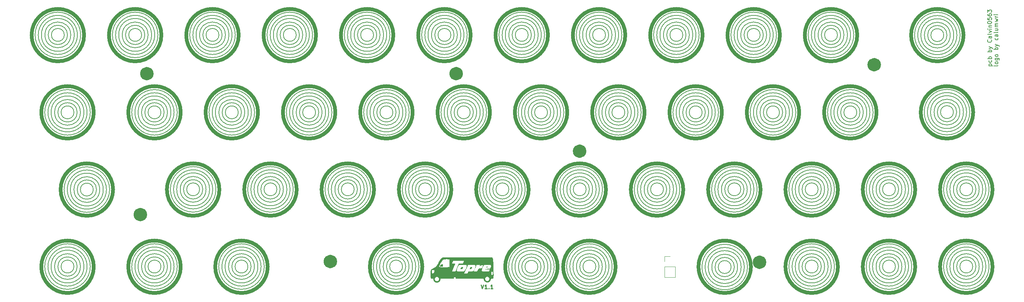
<source format=gbr>
%TF.GenerationSoftware,KiCad,Pcbnew,8.0.5*%
%TF.CreationDate,2024-12-22T15:25:04+01:00*%
%TF.ProjectId,toprevan V2,746f7072-6576-4616-9e20-56322e6b6963,rev?*%
%TF.SameCoordinates,Original*%
%TF.FileFunction,Legend,Top*%
%TF.FilePolarity,Positive*%
%FSLAX46Y46*%
G04 Gerber Fmt 4.6, Leading zero omitted, Abs format (unit mm)*
G04 Created by KiCad (PCBNEW 8.0.5) date 2024-12-22 15:25:04*
%MOMM*%
%LPD*%
G01*
G04 APERTURE LIST*
%ADD10C,0.150000*%
%ADD11C,1.662500*%
%ADD12C,0.200000*%
%ADD13C,0.250000*%
%ADD14C,0.900000*%
%ADD15C,0.120000*%
%ADD16C,0.000000*%
%ADD17C,2.200000*%
%ADD18R,1.700000X1.700000*%
%ADD19O,1.700000X1.700000*%
%ADD20O,1.200000X2.250000*%
%ADD21O,1.200000X1.850000*%
G04 APERTURE END LIST*
D10*
X223893910Y-88049840D02*
G75*
G02*
X212668590Y-88049840I-5612660J0D01*
G01*
X212668590Y-88049840D02*
G75*
G02*
X223893910Y-88049840I5612660J0D01*
G01*
X115093750Y-50006250D02*
G75*
G02*
X111918750Y-50006250I-1587500J0D01*
G01*
X111918750Y-50006250D02*
G75*
G02*
X115093750Y-50006250I1587500J0D01*
G01*
X241378597Y-88049840D02*
G75*
G02*
X233283903Y-88049840I-4047347J0D01*
G01*
X233283903Y-88049840D02*
G75*
G02*
X241378597Y-88049840I4047347J0D01*
G01*
X53181250Y-30899840D02*
G75*
G02*
X50006250Y-30899840I-1587500J0D01*
G01*
X50006250Y-30899840D02*
G75*
G02*
X53181250Y-30899840I1587500J0D01*
G01*
X42862500Y-69056250D02*
G75*
G02*
X36512500Y-69056250I-3175000J0D01*
G01*
X36512500Y-69056250D02*
G75*
G02*
X42862500Y-69056250I3175000J0D01*
G01*
X57206410Y-30899840D02*
G75*
G02*
X45981090Y-30899840I-5612660J0D01*
G01*
X45981090Y-30899840D02*
G75*
G02*
X57206410Y-30899840I5612660J0D01*
G01*
X92075000Y-30899840D02*
G75*
G02*
X87312500Y-30899840I-2381250J0D01*
G01*
X87312500Y-30899840D02*
G75*
G02*
X92075000Y-30899840I2381250J0D01*
G01*
X200897347Y-88171942D02*
G75*
G02*
X192802653Y-88171942I-4047347J0D01*
G01*
X192802653Y-88171942D02*
G75*
G02*
X200897347Y-88171942I4047347J0D01*
G01*
X257968750Y-68999840D02*
G75*
G02*
X254793750Y-68999840I-1587500J0D01*
G01*
X254793750Y-68999840D02*
G75*
G02*
X257968750Y-68999840I1587500J0D01*
G01*
X57943750Y-88049840D02*
G75*
G02*
X54768750Y-88049840I-1587500J0D01*
G01*
X54768750Y-88049840D02*
G75*
G02*
X57943750Y-88049840I1587500J0D01*
G01*
X157218910Y-50006250D02*
G75*
G02*
X145993590Y-50006250I-5612660J0D01*
G01*
X145993590Y-50006250D02*
G75*
G02*
X157218910Y-50006250I5612660J0D01*
G01*
X254000000Y-49949840D02*
G75*
G02*
X249237500Y-49949840I-2381250J0D01*
G01*
X249237500Y-49949840D02*
G75*
G02*
X254000000Y-49949840I2381250J0D01*
G01*
X38972347Y-88049840D02*
G75*
G02*
X30877653Y-88049840I-4047347J0D01*
G01*
X30877653Y-88049840D02*
G75*
G02*
X38972347Y-88049840I4047347J0D01*
G01*
X82615693Y-88049840D02*
G75*
G02*
X72959307Y-88049840I-4828193J0D01*
G01*
X72959307Y-88049840D02*
G75*
G02*
X82615693Y-88049840I4828193J0D01*
G01*
X59531250Y-50006250D02*
G75*
G02*
X53181250Y-50006250I-3175000J0D01*
G01*
X53181250Y-50006250D02*
G75*
G02*
X59531250Y-50006250I3175000J0D01*
G01*
X154781250Y-50006250D02*
G75*
G02*
X148431250Y-50006250I-3175000J0D01*
G01*
X148431250Y-50006250D02*
G75*
G02*
X154781250Y-50006250I3175000J0D01*
G01*
X118334443Y-50006250D02*
G75*
G02*
X108678057Y-50006250I-4828193J0D01*
G01*
X108678057Y-50006250D02*
G75*
G02*
X118334443Y-50006250I4828193J0D01*
G01*
X208041097Y-30899840D02*
G75*
G02*
X199946403Y-30899840I-4047347J0D01*
G01*
X199946403Y-30899840D02*
G75*
G02*
X208041097Y-30899840I4047347J0D01*
G01*
X79375000Y-88049840D02*
G75*
G02*
X76200000Y-88049840I-1587500J0D01*
G01*
X76200000Y-88049840D02*
G75*
G02*
X79375000Y-88049840I1587500J0D01*
G01*
X80962500Y-88049840D02*
G75*
G02*
X74612500Y-88049840I-3175000J0D01*
G01*
X74612500Y-88049840D02*
G75*
G02*
X80962500Y-88049840I3175000J0D01*
G01*
X201612500Y-68999840D02*
G75*
G02*
X196850000Y-68999840I-2381250J0D01*
G01*
X196850000Y-68999840D02*
G75*
G02*
X201612500Y-68999840I2381250J0D01*
G01*
X242159443Y-88049840D02*
G75*
G02*
X232503057Y-88049840I-4828193J0D01*
G01*
X232503057Y-88049840D02*
G75*
G02*
X242159443Y-88049840I4828193J0D01*
G01*
X252412500Y-30956250D02*
G75*
G02*
X246062500Y-30956250I-3175000J0D01*
G01*
X246062500Y-30956250D02*
G75*
G02*
X252412500Y-30956250I3175000J0D01*
G01*
X254793750Y-49949840D02*
G75*
G02*
X248443750Y-49949840I-3175000J0D01*
G01*
X248443750Y-49949840D02*
G75*
G02*
X254793750Y-49949840I3175000J0D01*
G01*
X100068910Y-50006250D02*
G75*
G02*
X88843590Y-50006250I-5612660J0D01*
G01*
X88843590Y-50006250D02*
G75*
G02*
X100068910Y-50006250I5612660J0D01*
G01*
X261993910Y-88049840D02*
G75*
G02*
X250768590Y-88049840I-5612660J0D01*
G01*
X250768590Y-88049840D02*
G75*
G02*
X261993910Y-88049840I5612660J0D01*
G01*
X258762500Y-68999840D02*
G75*
G02*
X254000000Y-68999840I-2381250J0D01*
G01*
X254000000Y-68999840D02*
G75*
G02*
X258762500Y-68999840I2381250J0D01*
G01*
X91281250Y-30899840D02*
G75*
G02*
X88106250Y-30899840I-1587500J0D01*
G01*
X88106250Y-30899840D02*
G75*
G02*
X91281250Y-30899840I1587500J0D01*
G01*
X73818750Y-30899840D02*
G75*
G02*
X67468750Y-30899840I-3175000J0D01*
G01*
X67468750Y-30899840D02*
G75*
G02*
X73818750Y-30899840I3175000J0D01*
G01*
X81834847Y-88049840D02*
G75*
G02*
X73740153Y-88049840I-4047347J0D01*
G01*
X73740153Y-88049840D02*
G75*
G02*
X81834847Y-88049840I4047347J0D01*
G01*
X221456250Y-68999840D02*
G75*
G02*
X215106250Y-68999840I-3175000J0D01*
G01*
X215106250Y-68999840D02*
G75*
G02*
X221456250Y-68999840I3175000J0D01*
G01*
X128643910Y-68999840D02*
G75*
G02*
X117418590Y-68999840I-5612660J0D01*
G01*
X117418590Y-68999840D02*
G75*
G02*
X128643910Y-68999840I5612660J0D01*
G01*
X241378597Y-68999840D02*
G75*
G02*
X233283903Y-68999840I-4047347J0D01*
G01*
X233283903Y-68999840D02*
G75*
G02*
X241378597Y-68999840I4047347J0D01*
G01*
X78581250Y-50006250D02*
G75*
G02*
X72231250Y-50006250I-3175000J0D01*
G01*
X72231250Y-50006250D02*
G75*
G02*
X78581250Y-50006250I3175000J0D01*
G01*
X106362500Y-68999840D02*
G75*
G02*
X101600000Y-68999840I-2381250J0D01*
G01*
X101600000Y-68999840D02*
G75*
G02*
X106362500Y-68999840I2381250J0D01*
G01*
X206375000Y-30899840D02*
G75*
G02*
X201612500Y-30899840I-2381250J0D01*
G01*
X201612500Y-30899840D02*
G75*
G02*
X206375000Y-30899840I2381250J0D01*
G01*
X185009443Y-68999840D02*
G75*
G02*
X175353057Y-68999840I-4828193J0D01*
G01*
X175353057Y-68999840D02*
G75*
G02*
X185009443Y-68999840I4828193J0D01*
G01*
X109593910Y-68999840D02*
G75*
G02*
X98368590Y-68999840I-5612660J0D01*
G01*
X98368590Y-68999840D02*
G75*
G02*
X109593910Y-68999840I5612660J0D01*
G01*
X61184443Y-88049840D02*
G75*
G02*
X51528057Y-88049840I-4828193J0D01*
G01*
X51528057Y-88049840D02*
G75*
G02*
X61184443Y-88049840I4828193J0D01*
G01*
X146909443Y-68999840D02*
G75*
G02*
X137253057Y-68999840I-4828193J0D01*
G01*
X137253057Y-68999840D02*
G75*
G02*
X146909443Y-68999840I4828193J0D01*
G01*
X165959443Y-68999840D02*
G75*
G02*
X156303057Y-68999840I-4828193J0D01*
G01*
X156303057Y-68999840D02*
G75*
G02*
X165959443Y-68999840I4828193J0D01*
G01*
X87312500Y-68999840D02*
G75*
G02*
X82550000Y-68999840I-2381250J0D01*
G01*
X82550000Y-68999840D02*
G75*
G02*
X87312500Y-68999840I2381250J0D01*
G01*
X76993750Y-50006250D02*
G75*
G02*
X73818750Y-50006250I-1587500J0D01*
G01*
X73818750Y-50006250D02*
G75*
G02*
X76993750Y-50006250I1587500J0D01*
G01*
X223893910Y-68999840D02*
G75*
G02*
X212668590Y-68999840I-5612660J0D01*
G01*
X212668590Y-68999840D02*
G75*
G02*
X223893910Y-68999840I5612660J0D01*
G01*
X40537660Y-50006250D02*
G75*
G02*
X29312340Y-50006250I-5612660J0D01*
G01*
X29312340Y-50006250D02*
G75*
G02*
X40537660Y-50006250I5612660J0D01*
G01*
X108809443Y-68999840D02*
G75*
G02*
X99153057Y-68999840I-4828193J0D01*
G01*
X99153057Y-68999840D02*
G75*
G02*
X108809443Y-68999840I4828193J0D01*
G01*
D11*
X100516830Y-86809831D02*
G75*
G02*
X98854330Y-86809831I-831250J0D01*
G01*
X98854330Y-86809831D02*
G75*
G02*
X100516830Y-86809831I831250J0D01*
G01*
D10*
X111125000Y-30899840D02*
G75*
G02*
X106362500Y-30899840I-2381250J0D01*
G01*
X106362500Y-30899840D02*
G75*
G02*
X111125000Y-30899840I2381250J0D01*
G01*
X175484443Y-50006250D02*
G75*
G02*
X165828057Y-50006250I-4828193J0D01*
G01*
X165828057Y-50006250D02*
G75*
G02*
X175484443Y-50006250I4828193J0D01*
G01*
X152400000Y-88106250D02*
G75*
G02*
X146050000Y-88106250I-3175000J0D01*
G01*
X146050000Y-88106250D02*
G75*
G02*
X152400000Y-88106250I3175000J0D01*
G01*
X57943750Y-50006250D02*
G75*
G02*
X54768750Y-50006250I-1587500J0D01*
G01*
X54768750Y-50006250D02*
G75*
G02*
X57943750Y-50006250I1587500J0D01*
G01*
X151671943Y-30899840D02*
G75*
G02*
X142015557Y-30899840I-4828193J0D01*
G01*
X142015557Y-30899840D02*
G75*
G02*
X151671943Y-30899840I4828193J0D01*
G01*
X192881250Y-50006250D02*
G75*
G02*
X186531250Y-50006250I-3175000J0D01*
G01*
X186531250Y-50006250D02*
G75*
G02*
X192881250Y-50006250I3175000J0D01*
G01*
X38972347Y-50006250D02*
G75*
G02*
X30877653Y-50006250I-4047347J0D01*
G01*
X30877653Y-50006250D02*
G75*
G02*
X38972347Y-50006250I4047347J0D01*
G01*
X242159443Y-68999840D02*
G75*
G02*
X232503057Y-68999840I-4828193J0D01*
G01*
X232503057Y-68999840D02*
G75*
G02*
X242159443Y-68999840I4828193J0D01*
G01*
X124618750Y-68999840D02*
G75*
G02*
X121443750Y-68999840I-1587500J0D01*
G01*
X121443750Y-68999840D02*
G75*
G02*
X124618750Y-68999840I1587500J0D01*
G01*
X110331250Y-30899840D02*
G75*
G02*
X107156250Y-30899840I-1587500J0D01*
G01*
X107156250Y-30899840D02*
G75*
G02*
X110331250Y-30899840I1587500J0D01*
G01*
X37306250Y-50006250D02*
G75*
G02*
X32543750Y-50006250I-2381250J0D01*
G01*
X32543750Y-50006250D02*
G75*
G02*
X37306250Y-50006250I2381250J0D01*
G01*
X259556250Y-68999840D02*
G75*
G02*
X253206250Y-68999840I-3175000J0D01*
G01*
X253206250Y-68999840D02*
G75*
G02*
X259556250Y-68999840I3175000J0D01*
G01*
X61968910Y-50006250D02*
G75*
G02*
X50743590Y-50006250I-5612660J0D01*
G01*
X50743590Y-50006250D02*
G75*
G02*
X61968910Y-50006250I5612660J0D01*
G01*
X38100000Y-88049840D02*
G75*
G02*
X31750000Y-88049840I-3175000J0D01*
G01*
X31750000Y-88049840D02*
G75*
G02*
X38100000Y-88049840I3175000J0D01*
G01*
X163512500Y-68999840D02*
G75*
G02*
X158750000Y-68999840I-2381250J0D01*
G01*
X158750000Y-68999840D02*
G75*
G02*
X163512500Y-68999840I2381250J0D01*
G01*
X40537660Y-88049840D02*
G75*
G02*
X29312340Y-88049840I-5612660J0D01*
G01*
X29312340Y-88049840D02*
G75*
G02*
X40537660Y-88049840I5612660J0D01*
G01*
X227871943Y-30899840D02*
G75*
G02*
X218215557Y-30899840I-4828193J0D01*
G01*
X218215557Y-30899840D02*
G75*
G02*
X227871943Y-30899840I4828193J0D01*
G01*
X95306410Y-30899840D02*
G75*
G02*
X84081090Y-30899840I-5612660J0D01*
G01*
X84081090Y-30899840D02*
G75*
G02*
X95306410Y-30899840I5612660J0D01*
G01*
X188991097Y-30899840D02*
G75*
G02*
X180896403Y-30899840I-4047347J0D01*
G01*
X180896403Y-30899840D02*
G75*
G02*
X188991097Y-30899840I4047347J0D01*
G01*
X169125160Y-88049840D02*
G75*
G02*
X157899840Y-88049840I-5612660J0D01*
G01*
X157899840Y-88049840D02*
G75*
G02*
X169125160Y-88049840I5612660J0D01*
G01*
X148431250Y-30899840D02*
G75*
G02*
X145256250Y-30899840I-1587500J0D01*
G01*
X145256250Y-30899840D02*
G75*
G02*
X148431250Y-30899840I1587500J0D01*
G01*
X219868750Y-88049840D02*
G75*
G02*
X216693750Y-88049840I-1587500J0D01*
G01*
X216693750Y-88049840D02*
G75*
G02*
X219868750Y-88049840I1587500J0D01*
G01*
X131841097Y-30899840D02*
G75*
G02*
X123746403Y-30899840I-4047347J0D01*
G01*
X123746403Y-30899840D02*
G75*
G02*
X131841097Y-30899840I4047347J0D01*
G01*
X220662500Y-88049840D02*
G75*
G02*
X215900000Y-88049840I-2381250J0D01*
G01*
X215900000Y-88049840D02*
G75*
G02*
X220662500Y-88049840I2381250J0D01*
G01*
X162718750Y-68999840D02*
G75*
G02*
X159543750Y-68999840I-1587500J0D01*
G01*
X159543750Y-68999840D02*
G75*
G02*
X162718750Y-68999840I1587500J0D01*
G01*
X38100000Y-50006250D02*
G75*
G02*
X31750000Y-50006250I-3175000J0D01*
G01*
X31750000Y-50006250D02*
G75*
G02*
X38100000Y-50006250I3175000J0D01*
G01*
X188118750Y-30899840D02*
G75*
G02*
X181768750Y-30899840I-3175000J0D01*
G01*
X181768750Y-30899840D02*
G75*
G02*
X188118750Y-30899840I3175000J0D01*
G01*
X220662500Y-68999840D02*
G75*
G02*
X215900000Y-68999840I-2381250J0D01*
G01*
X215900000Y-68999840D02*
G75*
G02*
X220662500Y-68999840I2381250J0D01*
G01*
X222328597Y-88049840D02*
G75*
G02*
X214233903Y-88049840I-4047347J0D01*
G01*
X214233903Y-88049840D02*
G75*
G02*
X222328597Y-88049840I4047347J0D01*
G01*
X119934847Y-88049840D02*
G75*
G02*
X111840153Y-88049840I-4047347J0D01*
G01*
X111840153Y-88049840D02*
G75*
G02*
X119934847Y-88049840I4047347J0D01*
G01*
X72231250Y-30899840D02*
G75*
G02*
X69056250Y-30899840I-1587500J0D01*
G01*
X69056250Y-30899840D02*
G75*
G02*
X72231250Y-30899840I1587500J0D01*
G01*
X150812500Y-88106250D02*
G75*
G02*
X147637500Y-88106250I-1587500J0D01*
G01*
X147637500Y-88106250D02*
G75*
G02*
X150812500Y-88106250I1587500J0D01*
G01*
X149225000Y-30899840D02*
G75*
G02*
X144462500Y-30899840I-2381250J0D01*
G01*
X144462500Y-30899840D02*
G75*
G02*
X149225000Y-30899840I2381250J0D01*
G01*
X194534443Y-50006250D02*
G75*
G02*
X184878057Y-50006250I-4828193J0D01*
G01*
X184878057Y-50006250D02*
G75*
G02*
X194534443Y-50006250I4828193J0D01*
G01*
X70709443Y-68999840D02*
G75*
G02*
X61053057Y-68999840I-4828193J0D01*
G01*
X61053057Y-68999840D02*
G75*
G02*
X70709443Y-68999840I4828193J0D01*
G01*
X207168750Y-30899840D02*
G75*
G02*
X200818750Y-30899840I-3175000J0D01*
G01*
X200818750Y-30899840D02*
G75*
G02*
X207168750Y-30899840I3175000J0D01*
G01*
X117553597Y-50006250D02*
G75*
G02*
X109458903Y-50006250I-4047347J0D01*
G01*
X109458903Y-50006250D02*
G75*
G02*
X117553597Y-50006250I4047347J0D01*
G01*
X153987500Y-50006250D02*
G75*
G02*
X149225000Y-50006250I-2381250J0D01*
G01*
X149225000Y-50006250D02*
G75*
G02*
X153987500Y-50006250I2381250J0D01*
G01*
X121500160Y-88049840D02*
G75*
G02*
X110274840Y-88049840I-5612660J0D01*
G01*
X110274840Y-88049840D02*
G75*
G02*
X121500160Y-88049840I5612660J0D01*
G01*
X191293750Y-50006250D02*
G75*
G02*
X188118750Y-50006250I-1587500J0D01*
G01*
X188118750Y-50006250D02*
G75*
G02*
X191293750Y-50006250I1587500J0D01*
G01*
X53975000Y-30899840D02*
G75*
G02*
X49212500Y-30899840I-2381250J0D01*
G01*
X49212500Y-30899840D02*
G75*
G02*
X53975000Y-30899840I2381250J0D01*
G01*
X138168910Y-50006250D02*
G75*
G02*
X126943590Y-50006250I-5612660J0D01*
G01*
X126943590Y-50006250D02*
G75*
G02*
X138168910Y-50006250I5612660J0D01*
G01*
X71493910Y-68999840D02*
G75*
G02*
X60268590Y-68999840I-5612660J0D01*
G01*
X60268590Y-68999840D02*
G75*
G02*
X71493910Y-68999840I5612660J0D01*
G01*
X223109443Y-88049840D02*
G75*
G02*
X213453057Y-88049840I-4828193J0D01*
G01*
X213453057Y-88049840D02*
G75*
G02*
X223109443Y-88049840I4828193J0D01*
G01*
X231853597Y-50006250D02*
G75*
G02*
X223758903Y-50006250I-4047347J0D01*
G01*
X223758903Y-50006250D02*
G75*
G02*
X231853597Y-50006250I4047347J0D01*
G01*
X165178597Y-68999840D02*
G75*
G02*
X157083903Y-68999840I-4047347J0D01*
G01*
X157083903Y-68999840D02*
G75*
G02*
X165178597Y-68999840I4047347J0D01*
G01*
X168275000Y-30899840D02*
G75*
G02*
X163512500Y-30899840I-2381250J0D01*
G01*
X163512500Y-30899840D02*
G75*
G02*
X168275000Y-30899840I2381250J0D01*
G01*
X36512500Y-50006250D02*
G75*
G02*
X33337500Y-50006250I-1587500J0D01*
G01*
X33337500Y-50006250D02*
G75*
G02*
X36512500Y-50006250I1587500J0D01*
G01*
X259556250Y-88049840D02*
G75*
G02*
X253206250Y-88049840I-3175000J0D01*
G01*
X253206250Y-88049840D02*
G75*
G02*
X259556250Y-88049840I3175000J0D01*
G01*
X45300160Y-69056250D02*
G75*
G02*
X34074840Y-69056250I-5612660J0D01*
G01*
X34074840Y-69056250D02*
G75*
G02*
X45300160Y-69056250I5612660J0D01*
G01*
X261209443Y-88049840D02*
G75*
G02*
X251553057Y-88049840I-4828193J0D01*
G01*
X251553057Y-88049840D02*
G75*
G02*
X261209443Y-88049840I4828193J0D01*
G01*
X153272347Y-88106250D02*
G75*
G02*
X145177653Y-88106250I-4047347J0D01*
G01*
X145177653Y-88106250D02*
G75*
G02*
X153272347Y-88106250I4047347J0D01*
G01*
X37306250Y-88049840D02*
G75*
G02*
X32543750Y-88049840I-2381250J0D01*
G01*
X32543750Y-88049840D02*
G75*
G02*
X37306250Y-88049840I2381250J0D01*
G01*
X261209443Y-68999840D02*
G75*
G02*
X251553057Y-68999840I-4828193J0D01*
G01*
X251553057Y-68999840D02*
G75*
G02*
X261209443Y-68999840I4828193J0D01*
G01*
X88106250Y-68999840D02*
G75*
G02*
X81756250Y-68999840I-3175000J0D01*
G01*
X81756250Y-68999840D02*
G75*
G02*
X88106250Y-68999840I3175000J0D01*
G01*
X55641097Y-30899840D02*
G75*
G02*
X47546403Y-30899840I-4047347J0D01*
G01*
X47546403Y-30899840D02*
G75*
G02*
X55641097Y-30899840I4047347J0D01*
G01*
X37371943Y-30899840D02*
G75*
G02*
X27715557Y-30899840I-4828193J0D01*
G01*
X27715557Y-30899840D02*
G75*
G02*
X37371943Y-30899840I4828193J0D01*
G01*
X232634443Y-50006250D02*
G75*
G02*
X222978057Y-50006250I-4828193J0D01*
G01*
X222978057Y-50006250D02*
G75*
G02*
X232634443Y-50006250I4828193J0D01*
G01*
X136603597Y-50006250D02*
G75*
G02*
X128508903Y-50006250I-4047347J0D01*
G01*
X128508903Y-50006250D02*
G75*
G02*
X136603597Y-50006250I4047347J0D01*
G01*
X213584443Y-50006250D02*
G75*
G02*
X203928057Y-50006250I-4828193J0D01*
G01*
X203928057Y-50006250D02*
G75*
G02*
X213584443Y-50006250I4828193J0D01*
G01*
X253284847Y-30956250D02*
G75*
G02*
X245190153Y-30956250I-4047347J0D01*
G01*
X245190153Y-30956250D02*
G75*
G02*
X253284847Y-30956250I4047347J0D01*
G01*
X189771943Y-30899840D02*
G75*
G02*
X180115557Y-30899840I-4828193J0D01*
G01*
X180115557Y-30899840D02*
G75*
G02*
X189771943Y-30899840I4828193J0D01*
G01*
X34925000Y-30899840D02*
G75*
G02*
X30162500Y-30899840I-2381250J0D01*
G01*
X30162500Y-30899840D02*
G75*
G02*
X34925000Y-30899840I2381250J0D01*
G01*
X239712500Y-88049840D02*
G75*
G02*
X234950000Y-88049840I-2381250J0D01*
G01*
X234950000Y-88049840D02*
G75*
G02*
X239712500Y-88049840I2381250J0D01*
G01*
X150891097Y-30899840D02*
G75*
G02*
X142796403Y-30899840I-4047347J0D01*
G01*
X142796403Y-30899840D02*
G75*
G02*
X150891097Y-30899840I4047347J0D01*
G01*
X239712500Y-68999840D02*
G75*
G02*
X234950000Y-68999840I-2381250J0D01*
G01*
X234950000Y-68999840D02*
G75*
G02*
X239712500Y-68999840I2381250J0D01*
G01*
X172243750Y-50006250D02*
G75*
G02*
X169068750Y-50006250I-1587500J0D01*
G01*
X169068750Y-50006250D02*
G75*
G02*
X172243750Y-50006250I1587500J0D01*
G01*
X90543910Y-68999840D02*
G75*
G02*
X79318590Y-68999840I-5612660J0D01*
G01*
X79318590Y-68999840D02*
G75*
G02*
X90543910Y-68999840I5612660J0D01*
G01*
X60403597Y-50006250D02*
G75*
G02*
X52308903Y-50006250I-4047347J0D01*
G01*
X52308903Y-50006250D02*
G75*
G02*
X60403597Y-50006250I4047347J0D01*
G01*
X182562500Y-68999840D02*
G75*
G02*
X177800000Y-68999840I-2381250J0D01*
G01*
X177800000Y-68999840D02*
G75*
G02*
X182562500Y-68999840I2381250J0D01*
G01*
X151606250Y-88106250D02*
G75*
G02*
X146843750Y-88106250I-2381250J0D01*
G01*
X146843750Y-88106250D02*
G75*
G02*
X151606250Y-88106250I2381250J0D01*
G01*
X199231250Y-88171942D02*
G75*
G02*
X194468750Y-88171942I-2381250J0D01*
G01*
X194468750Y-88171942D02*
G75*
G02*
X199231250Y-88171942I2381250J0D01*
G01*
X58737500Y-50006250D02*
G75*
G02*
X53975000Y-50006250I-2381250J0D01*
G01*
X53975000Y-50006250D02*
G75*
G02*
X58737500Y-50006250I2381250J0D01*
G01*
X186531250Y-30899840D02*
G75*
G02*
X183356250Y-30899840I-1587500J0D01*
G01*
X183356250Y-30899840D02*
G75*
G02*
X186531250Y-30899840I1587500J0D01*
G01*
X36591097Y-30899840D02*
G75*
G02*
X28496403Y-30899840I-4047347J0D01*
G01*
X28496403Y-30899840D02*
G75*
G02*
X36591097Y-30899840I4047347J0D01*
G01*
X44515693Y-69056250D02*
G75*
G02*
X34859307Y-69056250I-4828193J0D01*
G01*
X34859307Y-69056250D02*
G75*
G02*
X44515693Y-69056250I4828193J0D01*
G01*
X76256410Y-30899840D02*
G75*
G02*
X65031090Y-30899840I-5612660J0D01*
G01*
X65031090Y-30899840D02*
G75*
G02*
X76256410Y-30899840I5612660J0D01*
G01*
X73025000Y-30899840D02*
G75*
G02*
X68262500Y-30899840I-2381250J0D01*
G01*
X68262500Y-30899840D02*
G75*
G02*
X73025000Y-30899840I2381250J0D01*
G01*
X146128597Y-68999840D02*
G75*
G02*
X138033903Y-68999840I-4047347J0D01*
G01*
X138033903Y-68999840D02*
G75*
G02*
X146128597Y-68999840I4047347J0D01*
G01*
X224631250Y-30899840D02*
G75*
G02*
X221456250Y-30899840I-1587500J0D01*
G01*
X221456250Y-30899840D02*
G75*
G02*
X224631250Y-30899840I1587500J0D01*
G01*
X173831250Y-50006250D02*
G75*
G02*
X167481250Y-50006250I-3175000J0D01*
G01*
X167481250Y-50006250D02*
G75*
G02*
X173831250Y-50006250I3175000J0D01*
G01*
X169941097Y-30899840D02*
G75*
G02*
X161846403Y-30899840I-4047347J0D01*
G01*
X161846403Y-30899840D02*
G75*
G02*
X169941097Y-30899840I4047347J0D01*
G01*
X43734847Y-69056250D02*
G75*
G02*
X35640153Y-69056250I-4047347J0D01*
G01*
X35640153Y-69056250D02*
G75*
G02*
X43734847Y-69056250I4047347J0D01*
G01*
X36512500Y-88049840D02*
G75*
G02*
X33337500Y-88049840I-1587500J0D01*
G01*
X33337500Y-88049840D02*
G75*
G02*
X36512500Y-88049840I1587500J0D01*
G01*
X116681250Y-50006250D02*
G75*
G02*
X110331250Y-50006250I-3175000J0D01*
G01*
X110331250Y-50006250D02*
G75*
G02*
X116681250Y-50006250I3175000J0D01*
G01*
X202406250Y-68999840D02*
G75*
G02*
X196056250Y-68999840I-3175000J0D01*
G01*
X196056250Y-68999840D02*
G75*
G02*
X202406250Y-68999840I3175000J0D01*
G01*
X75471943Y-30899840D02*
G75*
G02*
X65815557Y-30899840I-4828193J0D01*
G01*
X65815557Y-30899840D02*
G75*
G02*
X75471943Y-30899840I4828193J0D01*
G01*
X242943910Y-68999840D02*
G75*
G02*
X231718590Y-68999840I-5612660J0D01*
G01*
X231718590Y-68999840D02*
G75*
G02*
X242943910Y-68999840I5612660J0D01*
G01*
X250825000Y-30956250D02*
G75*
G02*
X247650000Y-30956250I-1587500J0D01*
G01*
X247650000Y-30956250D02*
G75*
G02*
X250825000Y-30956250I1587500J0D01*
G01*
X254850160Y-30956250D02*
G75*
G02*
X243624840Y-30956250I-5612660J0D01*
G01*
X243624840Y-30956250D02*
G75*
G02*
X254850160Y-30956250I5612660J0D01*
G01*
X39753193Y-88049840D02*
G75*
G02*
X30096807Y-88049840I-4828193J0D01*
G01*
X30096807Y-88049840D02*
G75*
G02*
X39753193Y-88049840I4828193J0D01*
G01*
X74691097Y-30899840D02*
G75*
G02*
X66596403Y-30899840I-4047347J0D01*
G01*
X66596403Y-30899840D02*
G75*
G02*
X74691097Y-30899840I4047347J0D01*
G01*
X153193750Y-50006250D02*
G75*
G02*
X150018750Y-50006250I-1587500J0D01*
G01*
X150018750Y-50006250D02*
G75*
G02*
X153193750Y-50006250I1587500J0D01*
G01*
X256446943Y-49949840D02*
G75*
G02*
X246790557Y-49949840I-4828193J0D01*
G01*
X246790557Y-49949840D02*
G75*
G02*
X256446943Y-49949840I4828193J0D01*
G01*
X68262500Y-68999840D02*
G75*
G02*
X63500000Y-68999840I-2381250J0D01*
G01*
X63500000Y-68999840D02*
G75*
G02*
X68262500Y-68999840I2381250J0D01*
G01*
X212803597Y-50006250D02*
G75*
G02*
X204708903Y-50006250I-4047347J0D01*
G01*
X204708903Y-50006250D02*
G75*
G02*
X212803597Y-50006250I4047347J0D01*
G01*
X144462500Y-68999840D02*
G75*
G02*
X139700000Y-68999840I-2381250J0D01*
G01*
X139700000Y-68999840D02*
G75*
G02*
X144462500Y-68999840I2381250J0D01*
G01*
X130175000Y-30899840D02*
G75*
G02*
X125412500Y-30899840I-2381250J0D01*
G01*
X125412500Y-30899840D02*
G75*
G02*
X130175000Y-30899840I2381250J0D01*
G01*
X219868750Y-68999840D02*
G75*
G02*
X216693750Y-68999840I-1587500J0D01*
G01*
X216693750Y-68999840D02*
G75*
G02*
X219868750Y-68999840I1587500J0D01*
G01*
X240506250Y-88049840D02*
G75*
G02*
X234156250Y-88049840I-3175000J0D01*
G01*
X234156250Y-88049840D02*
G75*
G02*
X240506250Y-88049840I3175000J0D01*
G01*
X167559847Y-88049840D02*
G75*
G02*
X159465153Y-88049840I-4047347J0D01*
G01*
X159465153Y-88049840D02*
G75*
G02*
X167559847Y-88049840I4047347J0D01*
G01*
X260428597Y-88049840D02*
G75*
G02*
X252333903Y-88049840I-4047347J0D01*
G01*
X252333903Y-88049840D02*
G75*
G02*
X260428597Y-88049840I4047347J0D01*
G01*
X193753597Y-50006250D02*
G75*
G02*
X185658903Y-50006250I-4047347J0D01*
G01*
X185658903Y-50006250D02*
G75*
G02*
X193753597Y-50006250I4047347J0D01*
G01*
D11*
X206263227Y-86989076D02*
G75*
G02*
X204600727Y-86989076I-831250J0D01*
G01*
X204600727Y-86989076D02*
G75*
G02*
X206263227Y-86989076I831250J0D01*
G01*
D10*
X125412500Y-68999840D02*
G75*
G02*
X120650000Y-68999840I-2381250J0D01*
G01*
X120650000Y-68999840D02*
G75*
G02*
X125412500Y-68999840I2381250J0D01*
G01*
X130968750Y-30899840D02*
G75*
G02*
X124618750Y-30899840I-3175000J0D01*
G01*
X124618750Y-30899840D02*
G75*
G02*
X130968750Y-30899840I3175000J0D01*
G01*
X60403597Y-88049840D02*
G75*
G02*
X52308903Y-88049840I-4047347J0D01*
G01*
X52308903Y-88049840D02*
G75*
G02*
X60403597Y-88049840I4047347J0D01*
G01*
X174703597Y-50006250D02*
G75*
G02*
X166608903Y-50006250I-4047347J0D01*
G01*
X166608903Y-50006250D02*
G75*
G02*
X174703597Y-50006250I4047347J0D01*
G01*
X258762500Y-88049840D02*
G75*
G02*
X254000000Y-88049840I-2381250J0D01*
G01*
X254000000Y-88049840D02*
G75*
G02*
X258762500Y-88049840I2381250J0D01*
G01*
X166743910Y-68999840D02*
G75*
G02*
X155518590Y-68999840I-5612660J0D01*
G01*
X155518590Y-68999840D02*
G75*
G02*
X166743910Y-68999840I5612660J0D01*
G01*
X94521943Y-30899840D02*
G75*
G02*
X84865557Y-30899840I-4828193J0D01*
G01*
X84865557Y-30899840D02*
G75*
G02*
X94521943Y-30899840I4828193J0D01*
G01*
X80234443Y-50006250D02*
G75*
G02*
X70578057Y-50006250I-4828193J0D01*
G01*
X70578057Y-50006250D02*
G75*
G02*
X80234443Y-50006250I4828193J0D01*
G01*
X221456250Y-88049840D02*
G75*
G02*
X215106250Y-88049840I-3175000J0D01*
G01*
X215106250Y-88049840D02*
G75*
G02*
X221456250Y-88049840I3175000J0D01*
G01*
X127859443Y-68999840D02*
G75*
G02*
X118203057Y-68999840I-4828193J0D01*
G01*
X118203057Y-68999840D02*
G75*
G02*
X127859443Y-68999840I4828193J0D01*
G01*
X154837660Y-88106250D02*
G75*
G02*
X143612340Y-88106250I-5612660J0D01*
G01*
X143612340Y-88106250D02*
G75*
G02*
X154837660Y-88106250I5612660J0D01*
G01*
X227091097Y-30899840D02*
G75*
G02*
X218996403Y-30899840I-4047347J0D01*
G01*
X218996403Y-30899840D02*
G75*
G02*
X227091097Y-30899840I4047347J0D01*
G01*
D11*
X131516382Y-40456607D02*
G75*
G02*
X129853882Y-40456607I-831250J0D01*
G01*
X129853882Y-40456607D02*
G75*
G02*
X131516382Y-40456607I831250J0D01*
G01*
D10*
X195318910Y-50006250D02*
G75*
G02*
X184093590Y-50006250I-5612660J0D01*
G01*
X184093590Y-50006250D02*
G75*
G02*
X195318910Y-50006250I5612660J0D01*
G01*
X38156410Y-30899840D02*
G75*
G02*
X26931090Y-30899840I-5612660J0D01*
G01*
X26931090Y-30899840D02*
G75*
G02*
X38156410Y-30899840I5612660J0D01*
G01*
X134143750Y-50006250D02*
G75*
G02*
X130968750Y-50006250I-1587500J0D01*
G01*
X130968750Y-50006250D02*
G75*
G02*
X134143750Y-50006250I1587500J0D01*
G01*
X154053193Y-88106250D02*
G75*
G02*
X144396807Y-88106250I-4828193J0D01*
G01*
X144396807Y-88106250D02*
G75*
G02*
X154053193Y-88106250I4828193J0D01*
G01*
X251618750Y-30956250D02*
G75*
G02*
X246856250Y-30956250I-2381250J0D01*
G01*
X246856250Y-30956250D02*
G75*
G02*
X251618750Y-30956250I2381250J0D01*
G01*
D11*
X55302537Y-40459135D02*
G75*
G02*
X53640037Y-40459135I-831250J0D01*
G01*
X53640037Y-40459135D02*
G75*
G02*
X55302537Y-40459135I831250J0D01*
G01*
D10*
X183356250Y-68999840D02*
G75*
G02*
X177006250Y-68999840I-3175000J0D01*
G01*
X177006250Y-68999840D02*
G75*
G02*
X183356250Y-68999840I3175000J0D01*
G01*
X233418910Y-50006250D02*
G75*
G02*
X222193590Y-50006250I-5612660J0D01*
G01*
X222193590Y-50006250D02*
G75*
G02*
X233418910Y-50006250I5612660J0D01*
G01*
X120715693Y-88049840D02*
G75*
G02*
X111059307Y-88049840I-4828193J0D01*
G01*
X111059307Y-88049840D02*
G75*
G02*
X120715693Y-88049840I4828193J0D01*
G01*
X165893750Y-88049840D02*
G75*
G02*
X161131250Y-88049840I-2381250J0D01*
G01*
X161131250Y-88049840D02*
G75*
G02*
X165893750Y-88049840I2381250J0D01*
G01*
X77787500Y-50006250D02*
G75*
G02*
X73025000Y-50006250I-2381250J0D01*
G01*
X73025000Y-50006250D02*
G75*
G02*
X77787500Y-50006250I2381250J0D01*
G01*
X225425000Y-30899840D02*
G75*
G02*
X220662500Y-30899840I-2381250J0D01*
G01*
X220662500Y-30899840D02*
G75*
G02*
X225425000Y-30899840I2381250J0D01*
G01*
X230981250Y-50006250D02*
G75*
G02*
X224631250Y-50006250I-3175000J0D01*
G01*
X224631250Y-50006250D02*
G75*
G02*
X230981250Y-50006250I3175000J0D01*
G01*
X89759443Y-68999840D02*
G75*
G02*
X80103057Y-68999840I-4828193J0D01*
G01*
X80103057Y-68999840D02*
G75*
G02*
X89759443Y-68999840I4828193J0D01*
G01*
X92868750Y-30899840D02*
G75*
G02*
X86518750Y-30899840I-3175000J0D01*
G01*
X86518750Y-30899840D02*
G75*
G02*
X92868750Y-30899840I3175000J0D01*
G01*
X156434443Y-50006250D02*
G75*
G02*
X146778057Y-50006250I-4828193J0D01*
G01*
X146778057Y-50006250D02*
G75*
G02*
X156434443Y-50006250I4828193J0D01*
G01*
X96043750Y-50006250D02*
G75*
G02*
X92868750Y-50006250I-1587500J0D01*
G01*
X92868750Y-50006250D02*
G75*
G02*
X96043750Y-50006250I1587500J0D01*
G01*
X167481250Y-30899840D02*
G75*
G02*
X164306250Y-30899840I-1587500J0D01*
G01*
X164306250Y-30899840D02*
G75*
G02*
X167481250Y-30899840I1587500J0D01*
G01*
X211137500Y-50006250D02*
G75*
G02*
X206375000Y-50006250I-2381250J0D01*
G01*
X206375000Y-50006250D02*
G75*
G02*
X211137500Y-50006250I2381250J0D01*
G01*
X173037500Y-50006250D02*
G75*
G02*
X168275000Y-50006250I-2381250J0D01*
G01*
X168275000Y-50006250D02*
G75*
G02*
X173037500Y-50006250I2381250J0D01*
G01*
X150018750Y-30899840D02*
G75*
G02*
X143668750Y-30899840I-3175000J0D01*
G01*
X143668750Y-30899840D02*
G75*
G02*
X150018750Y-30899840I3175000J0D01*
G01*
X97631250Y-50006250D02*
G75*
G02*
X91281250Y-50006250I-3175000J0D01*
G01*
X91281250Y-50006250D02*
G75*
G02*
X97631250Y-50006250I3175000J0D01*
G01*
X226218750Y-30899840D02*
G75*
G02*
X219868750Y-30899840I-3175000J0D01*
G01*
X219868750Y-30899840D02*
G75*
G02*
X226218750Y-30899840I3175000J0D01*
G01*
X209606410Y-30899840D02*
G75*
G02*
X198381090Y-30899840I-5612660J0D01*
G01*
X198381090Y-30899840D02*
G75*
G02*
X209606410Y-30899840I5612660J0D01*
G01*
X230187500Y-50006250D02*
G75*
G02*
X225425000Y-50006250I-2381250J0D01*
G01*
X225425000Y-50006250D02*
G75*
G02*
X230187500Y-50006250I2381250J0D01*
G01*
X115887500Y-50006250D02*
G75*
G02*
X111125000Y-50006250I-2381250J0D01*
G01*
X111125000Y-50006250D02*
G75*
G02*
X115887500Y-50006250I2381250J0D01*
G01*
X155653597Y-50006250D02*
G75*
G02*
X147558903Y-50006250I-4047347J0D01*
G01*
X147558903Y-50006250D02*
G75*
G02*
X155653597Y-50006250I4047347J0D01*
G01*
X134937500Y-50006250D02*
G75*
G02*
X130175000Y-50006250I-2381250J0D01*
G01*
X130175000Y-50006250D02*
G75*
G02*
X134937500Y-50006250I2381250J0D01*
G01*
X61968910Y-88049840D02*
G75*
G02*
X50743590Y-88049840I-5612660J0D01*
G01*
X50743590Y-88049840D02*
G75*
G02*
X61968910Y-88049840I5612660J0D01*
G01*
X135731250Y-50006250D02*
G75*
G02*
X129381250Y-50006250I-3175000J0D01*
G01*
X129381250Y-50006250D02*
G75*
G02*
X135731250Y-50006250I3175000J0D01*
G01*
X184228597Y-68999840D02*
G75*
G02*
X176133903Y-68999840I-4047347J0D01*
G01*
X176133903Y-68999840D02*
G75*
G02*
X184228597Y-68999840I4047347J0D01*
G01*
X255666097Y-49949840D02*
G75*
G02*
X247571403Y-49949840I-4047347J0D01*
G01*
X247571403Y-49949840D02*
G75*
G02*
X255666097Y-49949840I4047347J0D01*
G01*
D11*
X53700896Y-75234339D02*
G75*
G02*
X52038396Y-75234339I-831250J0D01*
G01*
X52038396Y-75234339D02*
G75*
G02*
X53700896Y-75234339I831250J0D01*
G01*
D10*
X152456410Y-30899840D02*
G75*
G02*
X141231090Y-30899840I-5612660J0D01*
G01*
X141231090Y-30899840D02*
G75*
G02*
X152456410Y-30899840I5612660J0D01*
G01*
X111918750Y-30899840D02*
G75*
G02*
X105568750Y-30899840I-3175000J0D01*
G01*
X105568750Y-30899840D02*
G75*
G02*
X111918750Y-30899840I3175000J0D01*
G01*
X105568750Y-68999840D02*
G75*
G02*
X102393750Y-68999840I-1587500J0D01*
G01*
X102393750Y-68999840D02*
G75*
G02*
X105568750Y-68999840I1587500J0D01*
G01*
X254065693Y-30956250D02*
G75*
G02*
X244409307Y-30956250I-4828193J0D01*
G01*
X244409307Y-30956250D02*
G75*
G02*
X254065693Y-30956250I4828193J0D01*
G01*
X35718750Y-30899840D02*
G75*
G02*
X29368750Y-30899840I-3175000J0D01*
G01*
X29368750Y-30899840D02*
G75*
G02*
X35718750Y-30899840I3175000J0D01*
G01*
X133406410Y-30899840D02*
G75*
G02*
X122181090Y-30899840I-5612660J0D01*
G01*
X122181090Y-30899840D02*
G75*
G02*
X133406410Y-30899840I5612660J0D01*
G01*
X181768750Y-68999840D02*
G75*
G02*
X178593750Y-68999840I-1587500J0D01*
G01*
X178593750Y-68999840D02*
G75*
G02*
X181768750Y-68999840I1587500J0D01*
G01*
X208821943Y-30899840D02*
G75*
G02*
X199165557Y-30899840I-4828193J0D01*
G01*
X199165557Y-30899840D02*
G75*
G02*
X208821943Y-30899840I4828193J0D01*
G01*
X192087500Y-50006250D02*
G75*
G02*
X187325000Y-50006250I-2381250J0D01*
G01*
X187325000Y-50006250D02*
G75*
G02*
X192087500Y-50006250I2381250J0D01*
G01*
X118268750Y-88049840D02*
G75*
G02*
X113506250Y-88049840I-2381250J0D01*
G01*
X113506250Y-88049840D02*
G75*
G02*
X118268750Y-88049840I2381250J0D01*
G01*
X107156250Y-68999840D02*
G75*
G02*
X100806250Y-68999840I-3175000J0D01*
G01*
X100806250Y-68999840D02*
G75*
G02*
X107156250Y-68999840I3175000J0D01*
G01*
X42068750Y-69056250D02*
G75*
G02*
X37306250Y-69056250I-2381250J0D01*
G01*
X37306250Y-69056250D02*
G75*
G02*
X42068750Y-69056250I2381250J0D01*
G01*
X114356410Y-30899840D02*
G75*
G02*
X103131090Y-30899840I-5612660J0D01*
G01*
X103131090Y-30899840D02*
G75*
G02*
X114356410Y-30899840I5612660J0D01*
G01*
X67468750Y-68999840D02*
G75*
G02*
X64293750Y-68999840I-1587500J0D01*
G01*
X64293750Y-68999840D02*
G75*
G02*
X67468750Y-68999840I1587500J0D01*
G01*
X98503597Y-50006250D02*
G75*
G02*
X90408903Y-50006250I-4047347J0D01*
G01*
X90408903Y-50006250D02*
G75*
G02*
X98503597Y-50006250I4047347J0D01*
G01*
X170721943Y-30899840D02*
G75*
G02*
X161065557Y-30899840I-4828193J0D01*
G01*
X161065557Y-30899840D02*
G75*
G02*
X170721943Y-30899840I4828193J0D01*
G01*
X169068750Y-30899840D02*
G75*
G02*
X162718750Y-30899840I-3175000J0D01*
G01*
X162718750Y-30899840D02*
G75*
G02*
X169068750Y-30899840I3175000J0D01*
G01*
X108028597Y-68999840D02*
G75*
G02*
X99933903Y-68999840I-4047347J0D01*
G01*
X99933903Y-68999840D02*
G75*
G02*
X108028597Y-68999840I4047347J0D01*
G01*
X58737500Y-88049840D02*
G75*
G02*
X53975000Y-88049840I-2381250J0D01*
G01*
X53975000Y-88049840D02*
G75*
G02*
X58737500Y-88049840I2381250J0D01*
G01*
X204059443Y-68999840D02*
G75*
G02*
X194403057Y-68999840I-4828193J0D01*
G01*
X194403057Y-68999840D02*
G75*
G02*
X204059443Y-68999840I4828193J0D01*
G01*
X99284443Y-50006250D02*
G75*
G02*
X89628057Y-50006250I-4828193J0D01*
G01*
X89628057Y-50006250D02*
G75*
G02*
X99284443Y-50006250I4828193J0D01*
G01*
X228656410Y-30899840D02*
G75*
G02*
X217431090Y-30899840I-5612660J0D01*
G01*
X217431090Y-30899840D02*
G75*
G02*
X228656410Y-30899840I5612660J0D01*
G01*
X61184443Y-50006250D02*
G75*
G02*
X51528057Y-50006250I-4828193J0D01*
G01*
X51528057Y-50006250D02*
G75*
G02*
X61184443Y-50006250I4828193J0D01*
G01*
X238918750Y-68999840D02*
G75*
G02*
X235743750Y-68999840I-1587500J0D01*
G01*
X235743750Y-68999840D02*
G75*
G02*
X238918750Y-68999840I1587500J0D01*
G01*
X214368910Y-50006250D02*
G75*
G02*
X203143590Y-50006250I-5612660J0D01*
G01*
X203143590Y-50006250D02*
G75*
G02*
X214368910Y-50006250I5612660J0D01*
G01*
X171506410Y-30899840D02*
G75*
G02*
X160281090Y-30899840I-5612660J0D01*
G01*
X160281090Y-30899840D02*
G75*
G02*
X171506410Y-30899840I5612660J0D01*
G01*
X34131250Y-30899840D02*
G75*
G02*
X30956250Y-30899840I-1587500J0D01*
G01*
X30956250Y-30899840D02*
G75*
G02*
X34131250Y-30899840I1587500J0D01*
G01*
X242943910Y-88049840D02*
G75*
G02*
X231718590Y-88049840I-5612660J0D01*
G01*
X231718590Y-88049840D02*
G75*
G02*
X242943910Y-88049840I5612660J0D01*
G01*
X80168750Y-88049840D02*
G75*
G02*
X75406250Y-88049840I-2381250J0D01*
G01*
X75406250Y-88049840D02*
G75*
G02*
X80168750Y-88049840I2381250J0D01*
G01*
X129381250Y-30899840D02*
G75*
G02*
X126206250Y-30899840I-1587500J0D01*
G01*
X126206250Y-30899840D02*
G75*
G02*
X129381250Y-30899840I1587500J0D01*
G01*
X187325000Y-30899840D02*
G75*
G02*
X182562500Y-30899840I-2381250J0D01*
G01*
X182562500Y-30899840D02*
G75*
G02*
X187325000Y-30899840I2381250J0D01*
G01*
X165100000Y-88049840D02*
G75*
G02*
X161925000Y-88049840I-1587500J0D01*
G01*
X161925000Y-88049840D02*
G75*
G02*
X165100000Y-88049840I1587500J0D01*
G01*
X147693910Y-68999840D02*
G75*
G02*
X136468590Y-68999840I-5612660J0D01*
G01*
X136468590Y-68999840D02*
G75*
G02*
X147693910Y-68999840I5612660J0D01*
G01*
X229393750Y-50006250D02*
G75*
G02*
X226218750Y-50006250I-1587500J0D01*
G01*
X226218750Y-50006250D02*
G75*
G02*
X229393750Y-50006250I1587500J0D01*
G01*
X96837500Y-50006250D02*
G75*
G02*
X92075000Y-50006250I-2381250J0D01*
G01*
X92075000Y-50006250D02*
G75*
G02*
X96837500Y-50006250I2381250J0D01*
G01*
X200818750Y-68999840D02*
G75*
G02*
X197643750Y-68999840I-1587500J0D01*
G01*
X197643750Y-68999840D02*
G75*
G02*
X200818750Y-68999840I1587500J0D01*
G01*
X223109443Y-68999840D02*
G75*
G02*
X213453057Y-68999840I-4828193J0D01*
G01*
X213453057Y-68999840D02*
G75*
G02*
X223109443Y-68999840I4828193J0D01*
G01*
X117475000Y-88049840D02*
G75*
G02*
X114300000Y-88049840I-1587500J0D01*
G01*
X114300000Y-88049840D02*
G75*
G02*
X117475000Y-88049840I1587500J0D01*
G01*
X88978597Y-68999840D02*
G75*
G02*
X80883903Y-68999840I-4047347J0D01*
G01*
X80883903Y-68999840D02*
G75*
G02*
X88978597Y-68999840I4047347J0D01*
G01*
X132621943Y-30899840D02*
G75*
G02*
X122965557Y-30899840I-4828193J0D01*
G01*
X122965557Y-30899840D02*
G75*
G02*
X132621943Y-30899840I4828193J0D01*
G01*
D11*
X234514685Y-38259341D02*
G75*
G02*
X232852185Y-38259341I-831250J0D01*
G01*
X232852185Y-38259341D02*
G75*
G02*
X234514685Y-38259341I831250J0D01*
G01*
D10*
X56421943Y-30899840D02*
G75*
G02*
X46765557Y-30899840I-4828193J0D01*
G01*
X46765557Y-30899840D02*
G75*
G02*
X56421943Y-30899840I4828193J0D01*
G01*
X176268910Y-50006250D02*
G75*
G02*
X165043590Y-50006250I-5612660J0D01*
G01*
X165043590Y-50006250D02*
G75*
G02*
X176268910Y-50006250I5612660J0D01*
G01*
X201678193Y-88171942D02*
G75*
G02*
X192021807Y-88171942I-4828193J0D01*
G01*
X192021807Y-88171942D02*
G75*
G02*
X201678193Y-88171942I4828193J0D01*
G01*
X238918750Y-88049840D02*
G75*
G02*
X235743750Y-88049840I-1587500J0D01*
G01*
X235743750Y-88049840D02*
G75*
G02*
X238918750Y-88049840I1587500J0D01*
G01*
X93741097Y-30899840D02*
G75*
G02*
X85646403Y-30899840I-4047347J0D01*
G01*
X85646403Y-30899840D02*
G75*
G02*
X93741097Y-30899840I4047347J0D01*
G01*
X261993910Y-68999840D02*
G75*
G02*
X250768590Y-68999840I-5612660J0D01*
G01*
X250768590Y-68999840D02*
G75*
G02*
X261993910Y-68999840I5612660J0D01*
G01*
X210343750Y-50006250D02*
G75*
G02*
X207168750Y-50006250I-1587500J0D01*
G01*
X207168750Y-50006250D02*
G75*
G02*
X210343750Y-50006250I1587500J0D01*
G01*
X127078597Y-68999840D02*
G75*
G02*
X118983903Y-68999840I-4047347J0D01*
G01*
X118983903Y-68999840D02*
G75*
G02*
X127078597Y-68999840I4047347J0D01*
G01*
X54768750Y-30899840D02*
G75*
G02*
X48418750Y-30899840I-3175000J0D01*
G01*
X48418750Y-30899840D02*
G75*
G02*
X54768750Y-30899840I3175000J0D01*
G01*
X257231410Y-49949840D02*
G75*
G02*
X246006090Y-49949840I-5612660J0D01*
G01*
X246006090Y-49949840D02*
G75*
G02*
X257231410Y-49949840I5612660J0D01*
G01*
X59531250Y-88049840D02*
G75*
G02*
X53181250Y-88049840I-3175000J0D01*
G01*
X53181250Y-88049840D02*
G75*
G02*
X59531250Y-88049840I3175000J0D01*
G01*
X79453597Y-50006250D02*
G75*
G02*
X71358903Y-50006250I-4047347J0D01*
G01*
X71358903Y-50006250D02*
G75*
G02*
X79453597Y-50006250I4047347J0D01*
G01*
X113571943Y-30899840D02*
G75*
G02*
X103915557Y-30899840I-4828193J0D01*
G01*
X103915557Y-30899840D02*
G75*
G02*
X113571943Y-30899840I4828193J0D01*
G01*
X190556410Y-30899840D02*
G75*
G02*
X179331090Y-30899840I-5612660J0D01*
G01*
X179331090Y-30899840D02*
G75*
G02*
X190556410Y-30899840I5612660J0D01*
G01*
X69928597Y-68999840D02*
G75*
G02*
X61833903Y-68999840I-4047347J0D01*
G01*
X61833903Y-68999840D02*
G75*
G02*
X69928597Y-68999840I4047347J0D01*
G01*
X185793910Y-68999840D02*
G75*
G02*
X174568590Y-68999840I-5612660J0D01*
G01*
X174568590Y-68999840D02*
G75*
G02*
X185793910Y-68999840I5612660J0D01*
G01*
X112791097Y-30899840D02*
G75*
G02*
X104696403Y-30899840I-4047347J0D01*
G01*
X104696403Y-30899840D02*
G75*
G02*
X112791097Y-30899840I4047347J0D01*
G01*
X222328597Y-68999840D02*
G75*
G02*
X214233903Y-68999840I-4047347J0D01*
G01*
X214233903Y-68999840D02*
G75*
G02*
X222328597Y-68999840I4047347J0D01*
G01*
X204843910Y-68999840D02*
G75*
G02*
X193618590Y-68999840I-5612660J0D01*
G01*
X193618590Y-68999840D02*
G75*
G02*
X204843910Y-68999840I5612660J0D01*
G01*
X205581250Y-30899840D02*
G75*
G02*
X202406250Y-30899840I-1587500J0D01*
G01*
X202406250Y-30899840D02*
G75*
G02*
X205581250Y-30899840I1587500J0D01*
G01*
D11*
X161930393Y-59590958D02*
G75*
G02*
X160267893Y-59590958I-831250J0D01*
G01*
X160267893Y-59590958D02*
G75*
G02*
X161930393Y-59590958I831250J0D01*
G01*
D10*
X145256250Y-68999840D02*
G75*
G02*
X138906250Y-68999840I-3175000J0D01*
G01*
X138906250Y-68999840D02*
G75*
G02*
X145256250Y-68999840I3175000J0D01*
G01*
X168340693Y-88049840D02*
G75*
G02*
X158684307Y-88049840I-4828193J0D01*
G01*
X158684307Y-88049840D02*
G75*
G02*
X168340693Y-88049840I4828193J0D01*
G01*
X257968750Y-88049840D02*
G75*
G02*
X254793750Y-88049840I-1587500J0D01*
G01*
X254793750Y-88049840D02*
G75*
G02*
X257968750Y-88049840I1587500J0D01*
G01*
X119118910Y-50006250D02*
G75*
G02*
X107893590Y-50006250I-5612660J0D01*
G01*
X107893590Y-50006250D02*
G75*
G02*
X119118910Y-50006250I5612660J0D01*
G01*
X260428597Y-68999840D02*
G75*
G02*
X252333903Y-68999840I-4047347J0D01*
G01*
X252333903Y-68999840D02*
G75*
G02*
X260428597Y-68999840I4047347J0D01*
G01*
X203278597Y-68999840D02*
G75*
G02*
X195183903Y-68999840I-4047347J0D01*
G01*
X195183903Y-68999840D02*
G75*
G02*
X203278597Y-68999840I4047347J0D01*
G01*
X143668750Y-68999840D02*
G75*
G02*
X140493750Y-68999840I-1587500J0D01*
G01*
X140493750Y-68999840D02*
G75*
G02*
X143668750Y-68999840I1587500J0D01*
G01*
X83400160Y-88049840D02*
G75*
G02*
X72174840Y-88049840I-5612660J0D01*
G01*
X72174840Y-88049840D02*
G75*
G02*
X83400160Y-88049840I5612660J0D01*
G01*
X119062500Y-88049840D02*
G75*
G02*
X112712500Y-88049840I-3175000J0D01*
G01*
X112712500Y-88049840D02*
G75*
G02*
X119062500Y-88049840I3175000J0D01*
G01*
X126206250Y-68999840D02*
G75*
G02*
X119856250Y-68999840I-3175000J0D01*
G01*
X119856250Y-68999840D02*
G75*
G02*
X126206250Y-68999840I3175000J0D01*
G01*
X86518750Y-68999840D02*
G75*
G02*
X83343750Y-68999840I-1587500J0D01*
G01*
X83343750Y-68999840D02*
G75*
G02*
X86518750Y-68999840I1587500J0D01*
G01*
X164306250Y-68999840D02*
G75*
G02*
X157956250Y-68999840I-3175000J0D01*
G01*
X157956250Y-68999840D02*
G75*
G02*
X164306250Y-68999840I3175000J0D01*
G01*
X240506250Y-68999840D02*
G75*
G02*
X234156250Y-68999840I-3175000J0D01*
G01*
X234156250Y-68999840D02*
G75*
G02*
X240506250Y-68999840I3175000J0D01*
G01*
X253206250Y-49949840D02*
G75*
G02*
X250031250Y-49949840I-1587500J0D01*
G01*
X250031250Y-49949840D02*
G75*
G02*
X253206250Y-49949840I1587500J0D01*
G01*
X137384443Y-50006250D02*
G75*
G02*
X127728057Y-50006250I-4828193J0D01*
G01*
X127728057Y-50006250D02*
G75*
G02*
X137384443Y-50006250I4828193J0D01*
G01*
X211931250Y-50006250D02*
G75*
G02*
X205581250Y-50006250I-3175000J0D01*
G01*
X205581250Y-50006250D02*
G75*
G02*
X211931250Y-50006250I3175000J0D01*
G01*
X69056250Y-68999840D02*
G75*
G02*
X62706250Y-68999840I-3175000J0D01*
G01*
X62706250Y-68999840D02*
G75*
G02*
X69056250Y-68999840I3175000J0D01*
G01*
X39753193Y-50006250D02*
G75*
G02*
X30096807Y-50006250I-4828193J0D01*
G01*
X30096807Y-50006250D02*
G75*
G02*
X39753193Y-50006250I4828193J0D01*
G01*
X81018910Y-50006250D02*
G75*
G02*
X69793590Y-50006250I-5612660J0D01*
G01*
X69793590Y-50006250D02*
G75*
G02*
X81018910Y-50006250I5612660J0D01*
G01*
X41275000Y-69056250D02*
G75*
G02*
X38100000Y-69056250I-1587500J0D01*
G01*
X38100000Y-69056250D02*
G75*
G02*
X41275000Y-69056250I1587500J0D01*
G01*
X202462660Y-88171942D02*
G75*
G02*
X191237340Y-88171942I-5612660J0D01*
G01*
X191237340Y-88171942D02*
G75*
G02*
X202462660Y-88171942I5612660J0D01*
G01*
X198437500Y-88171942D02*
G75*
G02*
X195262500Y-88171942I-1587500J0D01*
G01*
X195262500Y-88171942D02*
G75*
G02*
X198437500Y-88171942I1587500J0D01*
G01*
X166687500Y-88049840D02*
G75*
G02*
X160337500Y-88049840I-3175000J0D01*
G01*
X160337500Y-88049840D02*
G75*
G02*
X166687500Y-88049840I3175000J0D01*
G01*
X200025000Y-88171942D02*
G75*
G02*
X193675000Y-88171942I-3175000J0D01*
G01*
X193675000Y-88171942D02*
G75*
G02*
X200025000Y-88171942I3175000J0D01*
G01*
D12*
X264185969Y-38381219D02*
X264138350Y-38476457D01*
X264138350Y-38476457D02*
X264043111Y-38524076D01*
X264043111Y-38524076D02*
X263185969Y-38524076D01*
X264185969Y-37857409D02*
X264138350Y-37952647D01*
X264138350Y-37952647D02*
X264090730Y-38000266D01*
X264090730Y-38000266D02*
X263995492Y-38047885D01*
X263995492Y-38047885D02*
X263709778Y-38047885D01*
X263709778Y-38047885D02*
X263614540Y-38000266D01*
X263614540Y-38000266D02*
X263566921Y-37952647D01*
X263566921Y-37952647D02*
X263519302Y-37857409D01*
X263519302Y-37857409D02*
X263519302Y-37714552D01*
X263519302Y-37714552D02*
X263566921Y-37619314D01*
X263566921Y-37619314D02*
X263614540Y-37571695D01*
X263614540Y-37571695D02*
X263709778Y-37524076D01*
X263709778Y-37524076D02*
X263995492Y-37524076D01*
X263995492Y-37524076D02*
X264090730Y-37571695D01*
X264090730Y-37571695D02*
X264138350Y-37619314D01*
X264138350Y-37619314D02*
X264185969Y-37714552D01*
X264185969Y-37714552D02*
X264185969Y-37857409D01*
X263519302Y-36666933D02*
X264328826Y-36666933D01*
X264328826Y-36666933D02*
X264424064Y-36714552D01*
X264424064Y-36714552D02*
X264471683Y-36762171D01*
X264471683Y-36762171D02*
X264519302Y-36857409D01*
X264519302Y-36857409D02*
X264519302Y-37000266D01*
X264519302Y-37000266D02*
X264471683Y-37095504D01*
X264138350Y-36666933D02*
X264185969Y-36762171D01*
X264185969Y-36762171D02*
X264185969Y-36952647D01*
X264185969Y-36952647D02*
X264138350Y-37047885D01*
X264138350Y-37047885D02*
X264090730Y-37095504D01*
X264090730Y-37095504D02*
X263995492Y-37143123D01*
X263995492Y-37143123D02*
X263709778Y-37143123D01*
X263709778Y-37143123D02*
X263614540Y-37095504D01*
X263614540Y-37095504D02*
X263566921Y-37047885D01*
X263566921Y-37047885D02*
X263519302Y-36952647D01*
X263519302Y-36952647D02*
X263519302Y-36762171D01*
X263519302Y-36762171D02*
X263566921Y-36666933D01*
X264185969Y-36047885D02*
X264138350Y-36143123D01*
X264138350Y-36143123D02*
X264090730Y-36190742D01*
X264090730Y-36190742D02*
X263995492Y-36238361D01*
X263995492Y-36238361D02*
X263709778Y-36238361D01*
X263709778Y-36238361D02*
X263614540Y-36190742D01*
X263614540Y-36190742D02*
X263566921Y-36143123D01*
X263566921Y-36143123D02*
X263519302Y-36047885D01*
X263519302Y-36047885D02*
X263519302Y-35905028D01*
X263519302Y-35905028D02*
X263566921Y-35809790D01*
X263566921Y-35809790D02*
X263614540Y-35762171D01*
X263614540Y-35762171D02*
X263709778Y-35714552D01*
X263709778Y-35714552D02*
X263995492Y-35714552D01*
X263995492Y-35714552D02*
X264090730Y-35762171D01*
X264090730Y-35762171D02*
X264138350Y-35809790D01*
X264138350Y-35809790D02*
X264185969Y-35905028D01*
X264185969Y-35905028D02*
X264185969Y-36047885D01*
X264185969Y-34524075D02*
X263185969Y-34524075D01*
X263566921Y-34524075D02*
X263519302Y-34428837D01*
X263519302Y-34428837D02*
X263519302Y-34238361D01*
X263519302Y-34238361D02*
X263566921Y-34143123D01*
X263566921Y-34143123D02*
X263614540Y-34095504D01*
X263614540Y-34095504D02*
X263709778Y-34047885D01*
X263709778Y-34047885D02*
X263995492Y-34047885D01*
X263995492Y-34047885D02*
X264090730Y-34095504D01*
X264090730Y-34095504D02*
X264138350Y-34143123D01*
X264138350Y-34143123D02*
X264185969Y-34238361D01*
X264185969Y-34238361D02*
X264185969Y-34428837D01*
X264185969Y-34428837D02*
X264138350Y-34524075D01*
X263519302Y-33714551D02*
X264185969Y-33476456D01*
X263519302Y-33238361D02*
X264185969Y-33476456D01*
X264185969Y-33476456D02*
X264424064Y-33571694D01*
X264424064Y-33571694D02*
X264471683Y-33619313D01*
X264471683Y-33619313D02*
X264519302Y-33714551D01*
X264138350Y-31666932D02*
X264185969Y-31762170D01*
X264185969Y-31762170D02*
X264185969Y-31952646D01*
X264185969Y-31952646D02*
X264138350Y-32047884D01*
X264138350Y-32047884D02*
X264090730Y-32095503D01*
X264090730Y-32095503D02*
X263995492Y-32143122D01*
X263995492Y-32143122D02*
X263709778Y-32143122D01*
X263709778Y-32143122D02*
X263614540Y-32095503D01*
X263614540Y-32095503D02*
X263566921Y-32047884D01*
X263566921Y-32047884D02*
X263519302Y-31952646D01*
X263519302Y-31952646D02*
X263519302Y-31762170D01*
X263519302Y-31762170D02*
X263566921Y-31666932D01*
X264185969Y-30809789D02*
X263662159Y-30809789D01*
X263662159Y-30809789D02*
X263566921Y-30857408D01*
X263566921Y-30857408D02*
X263519302Y-30952646D01*
X263519302Y-30952646D02*
X263519302Y-31143122D01*
X263519302Y-31143122D02*
X263566921Y-31238360D01*
X264138350Y-30809789D02*
X264185969Y-30905027D01*
X264185969Y-30905027D02*
X264185969Y-31143122D01*
X264185969Y-31143122D02*
X264138350Y-31238360D01*
X264138350Y-31238360D02*
X264043111Y-31285979D01*
X264043111Y-31285979D02*
X263947873Y-31285979D01*
X263947873Y-31285979D02*
X263852635Y-31238360D01*
X263852635Y-31238360D02*
X263805016Y-31143122D01*
X263805016Y-31143122D02*
X263805016Y-30905027D01*
X263805016Y-30905027D02*
X263757397Y-30809789D01*
X264185969Y-30190741D02*
X264138350Y-30285979D01*
X264138350Y-30285979D02*
X264043111Y-30333598D01*
X264043111Y-30333598D02*
X263185969Y-30333598D01*
X263519302Y-29381217D02*
X264185969Y-29381217D01*
X263519302Y-29809788D02*
X264043111Y-29809788D01*
X264043111Y-29809788D02*
X264138350Y-29762169D01*
X264138350Y-29762169D02*
X264185969Y-29666931D01*
X264185969Y-29666931D02*
X264185969Y-29524074D01*
X264185969Y-29524074D02*
X264138350Y-29428836D01*
X264138350Y-29428836D02*
X264090730Y-29381217D01*
X264185969Y-28905026D02*
X263519302Y-28905026D01*
X263614540Y-28905026D02*
X263566921Y-28857407D01*
X263566921Y-28857407D02*
X263519302Y-28762169D01*
X263519302Y-28762169D02*
X263519302Y-28619312D01*
X263519302Y-28619312D02*
X263566921Y-28524074D01*
X263566921Y-28524074D02*
X263662159Y-28476455D01*
X263662159Y-28476455D02*
X264185969Y-28476455D01*
X263662159Y-28476455D02*
X263566921Y-28428836D01*
X263566921Y-28428836D02*
X263519302Y-28333598D01*
X263519302Y-28333598D02*
X263519302Y-28190741D01*
X263519302Y-28190741D02*
X263566921Y-28095502D01*
X263566921Y-28095502D02*
X263662159Y-28047883D01*
X263662159Y-28047883D02*
X264185969Y-28047883D01*
X263519302Y-27666931D02*
X264185969Y-27476455D01*
X264185969Y-27476455D02*
X263709778Y-27285979D01*
X263709778Y-27285979D02*
X264185969Y-27095503D01*
X264185969Y-27095503D02*
X263519302Y-26905027D01*
X264185969Y-26524074D02*
X263519302Y-26524074D01*
X263709778Y-26524074D02*
X263614540Y-26476455D01*
X263614540Y-26476455D02*
X263566921Y-26428836D01*
X263566921Y-26428836D02*
X263519302Y-26333598D01*
X263519302Y-26333598D02*
X263519302Y-26238360D01*
X264185969Y-25905026D02*
X263519302Y-25905026D01*
X263185969Y-25905026D02*
X263233588Y-25952645D01*
X263233588Y-25952645D02*
X263281207Y-25905026D01*
X263281207Y-25905026D02*
X263233588Y-25857407D01*
X263233588Y-25857407D02*
X263185969Y-25905026D01*
X263185969Y-25905026D02*
X263281207Y-25905026D01*
D13*
X136784711Y-92527119D02*
X137118044Y-93527119D01*
X137118044Y-93527119D02*
X137451377Y-92527119D01*
X138308520Y-93527119D02*
X137737092Y-93527119D01*
X138022806Y-93527119D02*
X138022806Y-92527119D01*
X138022806Y-92527119D02*
X137927568Y-92669976D01*
X137927568Y-92669976D02*
X137832330Y-92765214D01*
X137832330Y-92765214D02*
X137737092Y-92812833D01*
X138737092Y-93431880D02*
X138784711Y-93479500D01*
X138784711Y-93479500D02*
X138737092Y-93527119D01*
X138737092Y-93527119D02*
X138689473Y-93479500D01*
X138689473Y-93479500D02*
X138737092Y-93431880D01*
X138737092Y-93431880D02*
X138737092Y-93527119D01*
X139737091Y-93527119D02*
X139165663Y-93527119D01*
X139451377Y-93527119D02*
X139451377Y-92527119D01*
X139451377Y-92527119D02*
X139356139Y-92669976D01*
X139356139Y-92669976D02*
X139260901Y-92765214D01*
X139260901Y-92765214D02*
X139165663Y-92812833D01*
D12*
X261931802Y-38524076D02*
X262931802Y-38524076D01*
X261979421Y-38524076D02*
X261931802Y-38428838D01*
X261931802Y-38428838D02*
X261931802Y-38238362D01*
X261931802Y-38238362D02*
X261979421Y-38143124D01*
X261979421Y-38143124D02*
X262027040Y-38095505D01*
X262027040Y-38095505D02*
X262122278Y-38047886D01*
X262122278Y-38047886D02*
X262407992Y-38047886D01*
X262407992Y-38047886D02*
X262503230Y-38095505D01*
X262503230Y-38095505D02*
X262550850Y-38143124D01*
X262550850Y-38143124D02*
X262598469Y-38238362D01*
X262598469Y-38238362D02*
X262598469Y-38428838D01*
X262598469Y-38428838D02*
X262550850Y-38524076D01*
X262550850Y-37190743D02*
X262598469Y-37285981D01*
X262598469Y-37285981D02*
X262598469Y-37476457D01*
X262598469Y-37476457D02*
X262550850Y-37571695D01*
X262550850Y-37571695D02*
X262503230Y-37619314D01*
X262503230Y-37619314D02*
X262407992Y-37666933D01*
X262407992Y-37666933D02*
X262122278Y-37666933D01*
X262122278Y-37666933D02*
X262027040Y-37619314D01*
X262027040Y-37619314D02*
X261979421Y-37571695D01*
X261979421Y-37571695D02*
X261931802Y-37476457D01*
X261931802Y-37476457D02*
X261931802Y-37285981D01*
X261931802Y-37285981D02*
X261979421Y-37190743D01*
X262598469Y-36762171D02*
X261598469Y-36762171D01*
X261979421Y-36762171D02*
X261931802Y-36666933D01*
X261931802Y-36666933D02*
X261931802Y-36476457D01*
X261931802Y-36476457D02*
X261979421Y-36381219D01*
X261979421Y-36381219D02*
X262027040Y-36333600D01*
X262027040Y-36333600D02*
X262122278Y-36285981D01*
X262122278Y-36285981D02*
X262407992Y-36285981D01*
X262407992Y-36285981D02*
X262503230Y-36333600D01*
X262503230Y-36333600D02*
X262550850Y-36381219D01*
X262550850Y-36381219D02*
X262598469Y-36476457D01*
X262598469Y-36476457D02*
X262598469Y-36666933D01*
X262598469Y-36666933D02*
X262550850Y-36762171D01*
X262598469Y-35095504D02*
X261598469Y-35095504D01*
X261979421Y-35095504D02*
X261931802Y-35000266D01*
X261931802Y-35000266D02*
X261931802Y-34809790D01*
X261931802Y-34809790D02*
X261979421Y-34714552D01*
X261979421Y-34714552D02*
X262027040Y-34666933D01*
X262027040Y-34666933D02*
X262122278Y-34619314D01*
X262122278Y-34619314D02*
X262407992Y-34619314D01*
X262407992Y-34619314D02*
X262503230Y-34666933D01*
X262503230Y-34666933D02*
X262550850Y-34714552D01*
X262550850Y-34714552D02*
X262598469Y-34809790D01*
X262598469Y-34809790D02*
X262598469Y-35000266D01*
X262598469Y-35000266D02*
X262550850Y-35095504D01*
X261931802Y-34285980D02*
X262598469Y-34047885D01*
X261931802Y-33809790D02*
X262598469Y-34047885D01*
X262598469Y-34047885D02*
X262836564Y-34143123D01*
X262836564Y-34143123D02*
X262884183Y-34190742D01*
X262884183Y-34190742D02*
X262931802Y-34285980D01*
X262503230Y-32095504D02*
X262550850Y-32143123D01*
X262550850Y-32143123D02*
X262598469Y-32285980D01*
X262598469Y-32285980D02*
X262598469Y-32381218D01*
X262598469Y-32381218D02*
X262550850Y-32524075D01*
X262550850Y-32524075D02*
X262455611Y-32619313D01*
X262455611Y-32619313D02*
X262360373Y-32666932D01*
X262360373Y-32666932D02*
X262169897Y-32714551D01*
X262169897Y-32714551D02*
X262027040Y-32714551D01*
X262027040Y-32714551D02*
X261836564Y-32666932D01*
X261836564Y-32666932D02*
X261741326Y-32619313D01*
X261741326Y-32619313D02*
X261646088Y-32524075D01*
X261646088Y-32524075D02*
X261598469Y-32381218D01*
X261598469Y-32381218D02*
X261598469Y-32285980D01*
X261598469Y-32285980D02*
X261646088Y-32143123D01*
X261646088Y-32143123D02*
X261693707Y-32095504D01*
X262598469Y-31238361D02*
X262074659Y-31238361D01*
X262074659Y-31238361D02*
X261979421Y-31285980D01*
X261979421Y-31285980D02*
X261931802Y-31381218D01*
X261931802Y-31381218D02*
X261931802Y-31571694D01*
X261931802Y-31571694D02*
X261979421Y-31666932D01*
X262550850Y-31238361D02*
X262598469Y-31333599D01*
X262598469Y-31333599D02*
X262598469Y-31571694D01*
X262598469Y-31571694D02*
X262550850Y-31666932D01*
X262550850Y-31666932D02*
X262455611Y-31714551D01*
X262455611Y-31714551D02*
X262360373Y-31714551D01*
X262360373Y-31714551D02*
X262265135Y-31666932D01*
X262265135Y-31666932D02*
X262217516Y-31571694D01*
X262217516Y-31571694D02*
X262217516Y-31333599D01*
X262217516Y-31333599D02*
X262169897Y-31238361D01*
X262598469Y-30619313D02*
X262550850Y-30714551D01*
X262550850Y-30714551D02*
X262455611Y-30762170D01*
X262455611Y-30762170D02*
X261598469Y-30762170D01*
X261931802Y-30333598D02*
X262598469Y-30095503D01*
X262598469Y-30095503D02*
X261931802Y-29857408D01*
X262598469Y-29476455D02*
X261931802Y-29476455D01*
X261598469Y-29476455D02*
X261646088Y-29524074D01*
X261646088Y-29524074D02*
X261693707Y-29476455D01*
X261693707Y-29476455D02*
X261646088Y-29428836D01*
X261646088Y-29428836D02*
X261598469Y-29476455D01*
X261598469Y-29476455D02*
X261693707Y-29476455D01*
X261931802Y-29000265D02*
X262598469Y-29000265D01*
X262027040Y-29000265D02*
X261979421Y-28952646D01*
X261979421Y-28952646D02*
X261931802Y-28857408D01*
X261931802Y-28857408D02*
X261931802Y-28714551D01*
X261931802Y-28714551D02*
X261979421Y-28619313D01*
X261979421Y-28619313D02*
X262074659Y-28571694D01*
X262074659Y-28571694D02*
X262598469Y-28571694D01*
X261598469Y-27905027D02*
X261598469Y-27809789D01*
X261598469Y-27809789D02*
X261646088Y-27714551D01*
X261646088Y-27714551D02*
X261693707Y-27666932D01*
X261693707Y-27666932D02*
X261788945Y-27619313D01*
X261788945Y-27619313D02*
X261979421Y-27571694D01*
X261979421Y-27571694D02*
X262217516Y-27571694D01*
X262217516Y-27571694D02*
X262407992Y-27619313D01*
X262407992Y-27619313D02*
X262503230Y-27666932D01*
X262503230Y-27666932D02*
X262550850Y-27714551D01*
X262550850Y-27714551D02*
X262598469Y-27809789D01*
X262598469Y-27809789D02*
X262598469Y-27905027D01*
X262598469Y-27905027D02*
X262550850Y-28000265D01*
X262550850Y-28000265D02*
X262503230Y-28047884D01*
X262503230Y-28047884D02*
X262407992Y-28095503D01*
X262407992Y-28095503D02*
X262217516Y-28143122D01*
X262217516Y-28143122D02*
X261979421Y-28143122D01*
X261979421Y-28143122D02*
X261788945Y-28095503D01*
X261788945Y-28095503D02*
X261693707Y-28047884D01*
X261693707Y-28047884D02*
X261646088Y-28000265D01*
X261646088Y-28000265D02*
X261598469Y-27905027D01*
X261598469Y-26666932D02*
X261598469Y-27143122D01*
X261598469Y-27143122D02*
X262074659Y-27190741D01*
X262074659Y-27190741D02*
X262027040Y-27143122D01*
X262027040Y-27143122D02*
X261979421Y-27047884D01*
X261979421Y-27047884D02*
X261979421Y-26809789D01*
X261979421Y-26809789D02*
X262027040Y-26714551D01*
X262027040Y-26714551D02*
X262074659Y-26666932D01*
X262074659Y-26666932D02*
X262169897Y-26619313D01*
X262169897Y-26619313D02*
X262407992Y-26619313D01*
X262407992Y-26619313D02*
X262503230Y-26666932D01*
X262503230Y-26666932D02*
X262550850Y-26714551D01*
X262550850Y-26714551D02*
X262598469Y-26809789D01*
X262598469Y-26809789D02*
X262598469Y-27047884D01*
X262598469Y-27047884D02*
X262550850Y-27143122D01*
X262550850Y-27143122D02*
X262503230Y-27190741D01*
X261598469Y-25762170D02*
X261598469Y-25952646D01*
X261598469Y-25952646D02*
X261646088Y-26047884D01*
X261646088Y-26047884D02*
X261693707Y-26095503D01*
X261693707Y-26095503D02*
X261836564Y-26190741D01*
X261836564Y-26190741D02*
X262027040Y-26238360D01*
X262027040Y-26238360D02*
X262407992Y-26238360D01*
X262407992Y-26238360D02*
X262503230Y-26190741D01*
X262503230Y-26190741D02*
X262550850Y-26143122D01*
X262550850Y-26143122D02*
X262598469Y-26047884D01*
X262598469Y-26047884D02*
X262598469Y-25857408D01*
X262598469Y-25857408D02*
X262550850Y-25762170D01*
X262550850Y-25762170D02*
X262503230Y-25714551D01*
X262503230Y-25714551D02*
X262407992Y-25666932D01*
X262407992Y-25666932D02*
X262169897Y-25666932D01*
X262169897Y-25666932D02*
X262074659Y-25714551D01*
X262074659Y-25714551D02*
X262027040Y-25762170D01*
X262027040Y-25762170D02*
X261979421Y-25857408D01*
X261979421Y-25857408D02*
X261979421Y-26047884D01*
X261979421Y-26047884D02*
X262027040Y-26143122D01*
X262027040Y-26143122D02*
X262074659Y-26190741D01*
X262074659Y-26190741D02*
X262169897Y-26238360D01*
X261598469Y-25333598D02*
X261598469Y-24714551D01*
X261598469Y-24714551D02*
X261979421Y-25047884D01*
X261979421Y-25047884D02*
X261979421Y-24905027D01*
X261979421Y-24905027D02*
X262027040Y-24809789D01*
X262027040Y-24809789D02*
X262074659Y-24762170D01*
X262074659Y-24762170D02*
X262169897Y-24714551D01*
X262169897Y-24714551D02*
X262407992Y-24714551D01*
X262407992Y-24714551D02*
X262503230Y-24762170D01*
X262503230Y-24762170D02*
X262550850Y-24809789D01*
X262550850Y-24809789D02*
X262598469Y-24905027D01*
X262598469Y-24905027D02*
X262598469Y-25190741D01*
X262598469Y-25190741D02*
X262550850Y-25285979D01*
X262550850Y-25285979D02*
X262503230Y-25333598D01*
D14*
%TO.C,SW_EC17*%
X119973250Y-50006250D02*
G75*
G02*
X107039250Y-50006250I-6467000J0D01*
G01*
X107039250Y-50006250D02*
G75*
G02*
X119973250Y-50006250I6467000J0D01*
G01*
%TO.C,SW_EC20*%
X177123250Y-50006250D02*
G75*
G02*
X164189250Y-50006250I-6467000J0D01*
G01*
X164189250Y-50006250D02*
G75*
G02*
X177123250Y-50006250I6467000J0D01*
G01*
%TO.C,SW_EC25*%
X46154500Y-69056250D02*
G75*
G02*
X33220500Y-69056250I-6467000J0D01*
G01*
X33220500Y-69056250D02*
G75*
G02*
X46154500Y-69056250I6467000J0D01*
G01*
%TO.C,SW_EC26*%
X72348250Y-69056250D02*
G75*
G02*
X59414250Y-69056250I-6467000J0D01*
G01*
X59414250Y-69056250D02*
G75*
G02*
X72348250Y-69056250I6467000J0D01*
G01*
%TO.C,SW_EC44*%
X224748250Y-88106250D02*
G75*
G02*
X211814250Y-88106250I-6467000J0D01*
G01*
X211814250Y-88106250D02*
G75*
G02*
X224748250Y-88106250I6467000J0D01*
G01*
%TO.C,SW_EC4*%
X96160750Y-30956250D02*
G75*
G02*
X83226750Y-30956250I-6467000J0D01*
G01*
X83226750Y-30956250D02*
G75*
G02*
X96160750Y-30956250I6467000J0D01*
G01*
%TO.C,SW_EC5*%
X115210750Y-30956250D02*
G75*
G02*
X102276750Y-30956250I-6467000J0D01*
G01*
X102276750Y-30956250D02*
G75*
G02*
X115210750Y-30956250I6467000J0D01*
G01*
%TO.C,SW_EC19*%
X158073250Y-50006250D02*
G75*
G02*
X145139250Y-50006250I-6467000J0D01*
G01*
X145139250Y-50006250D02*
G75*
G02*
X158073250Y-50006250I6467000J0D01*
G01*
%TO.C,SW_EC33*%
X205698250Y-69056250D02*
G75*
G02*
X192764250Y-69056250I-6467000J0D01*
G01*
X192764250Y-69056250D02*
G75*
G02*
X205698250Y-69056250I6467000J0D01*
G01*
%TO.C,SW_EC22*%
X215223250Y-50006250D02*
G75*
G02*
X202289250Y-50006250I-6467000J0D01*
G01*
X202289250Y-50006250D02*
G75*
G02*
X215223250Y-50006250I6467000J0D01*
G01*
%TO.C,SW_EC15*%
X81873250Y-50006250D02*
G75*
G02*
X68939250Y-50006250I-6467000J0D01*
G01*
X68939250Y-50006250D02*
G75*
G02*
X81873250Y-50006250I6467000J0D01*
G01*
%TO.C,SW_EC3*%
X77110750Y-30956250D02*
G75*
G02*
X64176750Y-30956250I-6467000J0D01*
G01*
X64176750Y-30956250D02*
G75*
G02*
X77110750Y-30956250I6467000J0D01*
G01*
%TO.C,SW_EC46*%
X262848250Y-88106250D02*
G75*
G02*
X249914250Y-88106250I-6467000J0D01*
G01*
X249914250Y-88106250D02*
G75*
G02*
X262848250Y-88106250I6467000J0D01*
G01*
%TO.C,SW_EC1*%
X39010750Y-30956250D02*
G75*
G02*
X26076750Y-30956250I-6467000J0D01*
G01*
X26076750Y-30956250D02*
G75*
G02*
X39010750Y-30956250I6467000J0D01*
G01*
D15*
%TO.C,SW1*%
X182026250Y-85501250D02*
X183356250Y-85501250D01*
X182026250Y-86831250D02*
X182026250Y-85501250D01*
X182026250Y-88101250D02*
X182026250Y-90701250D01*
X182026250Y-88101250D02*
X184686250Y-88101250D01*
X182026250Y-90701250D02*
X184686250Y-90701250D01*
X184686250Y-88101250D02*
X184686250Y-90701250D01*
D14*
%TO.C,SW_EC29*%
X129498250Y-69056250D02*
G75*
G02*
X116564250Y-69056250I-6467000J0D01*
G01*
X116564250Y-69056250D02*
G75*
G02*
X129498250Y-69056250I6467000J0D01*
G01*
%TO.C,SW_EC13*%
X41392000Y-50006250D02*
G75*
G02*
X28458000Y-50006250I-6467000J0D01*
G01*
X28458000Y-50006250D02*
G75*
G02*
X41392000Y-50006250I6467000J0D01*
G01*
%TO.C,SW_EC28*%
X110448250Y-69056250D02*
G75*
G02*
X97514250Y-69056250I-6467000J0D01*
G01*
X97514250Y-69056250D02*
G75*
G02*
X110448250Y-69056250I6467000J0D01*
G01*
%TO.C,SW_EC31*%
X167598250Y-69056250D02*
G75*
G02*
X154664250Y-69056250I-6467000J0D01*
G01*
X154664250Y-69056250D02*
G75*
G02*
X167598250Y-69056250I6467000J0D01*
G01*
D16*
%TO.C,G\u002A\u002A\u002A*%
G36*
X138400709Y-88109848D02*
G01*
X138481690Y-88136302D01*
X138497581Y-88174532D01*
X138450533Y-88214621D01*
X138354691Y-88244846D01*
X138233357Y-88257298D01*
X138116907Y-88251989D01*
X138035718Y-88228933D01*
X138019736Y-88214448D01*
X138020445Y-88159978D01*
X138089605Y-88120469D01*
X138216268Y-88101085D01*
X138262500Y-88099965D01*
X138400709Y-88109848D01*
G37*
G36*
X127434182Y-87768218D02*
G01*
X127422500Y-88078707D01*
X127055658Y-88090184D01*
X126881636Y-88094193D01*
X126771298Y-88091123D01*
X126708440Y-88078160D01*
X126676861Y-88052489D01*
X126663597Y-88022076D01*
X126666106Y-87919016D01*
X126717130Y-87793678D01*
X126803722Y-87675075D01*
X126829868Y-87649462D01*
X126963719Y-87561332D01*
X127133558Y-87492186D01*
X127296536Y-87458688D01*
X127322897Y-87457729D01*
X127445865Y-87457729D01*
X127434182Y-87768218D01*
G37*
G36*
X132325567Y-88187345D02*
G01*
X132381763Y-88217734D01*
X132380419Y-88273439D01*
X132351424Y-88375337D01*
X132319198Y-88458113D01*
X132232648Y-88659622D01*
X131997574Y-88659622D01*
X131858621Y-88654533D01*
X131784996Y-88636928D01*
X131762534Y-88603300D01*
X131762500Y-88601412D01*
X131783712Y-88502311D01*
X131836107Y-88377746D01*
X131902825Y-88266322D01*
X131916433Y-88248975D01*
X131986102Y-88209141D01*
X132097419Y-88184255D01*
X132220527Y-88176322D01*
X132325567Y-88187345D01*
G37*
G36*
X134565567Y-88187345D02*
G01*
X134621763Y-88217734D01*
X134620419Y-88273439D01*
X134591424Y-88375337D01*
X134559198Y-88458113D01*
X134472648Y-88659622D01*
X134237574Y-88659622D01*
X134098621Y-88654533D01*
X134024996Y-88636928D01*
X134002534Y-88603300D01*
X134002500Y-88601412D01*
X134023712Y-88502311D01*
X134076107Y-88377746D01*
X134142825Y-88266322D01*
X134156433Y-88248975D01*
X134226102Y-88209141D01*
X134337419Y-88184255D01*
X134460527Y-88176322D01*
X134565567Y-88187345D01*
G37*
G36*
X135063463Y-85775875D02*
G01*
X135728431Y-85776024D01*
X136324782Y-85776360D01*
X136856311Y-85776929D01*
X137326813Y-85777775D01*
X137740082Y-85778943D01*
X138099912Y-85780478D01*
X138410098Y-85782427D01*
X138674434Y-85784832D01*
X138896716Y-85787741D01*
X139080737Y-85791197D01*
X139230291Y-85795245D01*
X139349174Y-85799931D01*
X139441180Y-85805300D01*
X139510103Y-85811397D01*
X139559738Y-85818267D01*
X139593879Y-85825955D01*
X139616321Y-85834505D01*
X139630859Y-85843964D01*
X139635956Y-85848651D01*
X139680372Y-85919758D01*
X139720230Y-86041587D01*
X139755808Y-86217490D01*
X139787386Y-86450818D01*
X139815243Y-86744924D01*
X139839658Y-87103159D01*
X139860911Y-87528876D01*
X139879280Y-88025425D01*
X139895044Y-88596158D01*
X139905512Y-89084532D01*
X139911204Y-89425766D01*
X139914950Y-89748798D01*
X139916751Y-90043106D01*
X139916609Y-90298164D01*
X139914525Y-90503448D01*
X139910499Y-90648434D01*
X139905340Y-90717863D01*
X139866527Y-90860744D01*
X139791656Y-90956712D01*
X139666775Y-91016350D01*
X139477937Y-91050246D01*
X139465598Y-91051555D01*
X139330363Y-91071717D01*
X139260732Y-91100223D01*
X139242276Y-91139122D01*
X139203918Y-91355360D01*
X139099842Y-91556599D01*
X138944265Y-91731081D01*
X138751402Y-91867047D01*
X138535472Y-91952739D01*
X138310689Y-91976398D01*
X138239025Y-91968917D01*
X137974132Y-91891544D01*
X137760955Y-91753113D01*
X137600624Y-91554641D01*
X137494918Y-91299493D01*
X137429383Y-91063407D01*
X134019854Y-91063407D01*
X130610326Y-91063407D01*
X130606561Y-91052590D01*
X137826009Y-91052590D01*
X137846937Y-91235154D01*
X137918350Y-91378294D01*
X138063161Y-91524300D01*
X138233690Y-91602965D01*
X138415366Y-91610700D01*
X138592865Y-91544381D01*
X138750633Y-91409715D01*
X138846657Y-91244309D01*
X138875679Y-91063673D01*
X138832442Y-90883314D01*
X138823299Y-90864640D01*
X138701528Y-90702223D01*
X138542773Y-90597861D01*
X138363640Y-90557942D01*
X138180735Y-90588856D01*
X138145601Y-90603893D01*
X137980243Y-90720254D01*
X137872078Y-90875388D01*
X137826009Y-91052590D01*
X130606561Y-91052590D01*
X130566413Y-90937239D01*
X130535300Y-90825251D01*
X130522500Y-90734729D01*
X130511891Y-90688869D01*
X130466768Y-90669056D01*
X130367188Y-90668560D01*
X130332500Y-90670597D01*
X130217565Y-90681359D01*
X130159873Y-90705546D01*
X130136745Y-90760147D01*
X130129231Y-90822868D01*
X130108833Y-90932314D01*
X130077128Y-91009522D01*
X130074334Y-91013167D01*
X130045246Y-91026466D01*
X129978092Y-91037389D01*
X129866873Y-91046122D01*
X129705586Y-91052849D01*
X129488232Y-91057756D01*
X129208810Y-91061028D01*
X128861320Y-91062850D01*
X128445605Y-91063407D01*
X126858506Y-91063407D01*
X126810396Y-91296699D01*
X126724633Y-91537833D01*
X126582849Y-91738181D01*
X126397905Y-91890941D01*
X126182660Y-91989311D01*
X125949978Y-92026490D01*
X125712717Y-91995675D01*
X125582500Y-91946113D01*
X125467670Y-91885984D01*
X125375946Y-91829747D01*
X125357637Y-91816134D01*
X125236604Y-91681087D01*
X125133627Y-91501544D01*
X125067865Y-91313124D01*
X125058138Y-91259301D01*
X125035909Y-91091463D01*
X125410293Y-91091463D01*
X125419781Y-91248166D01*
X125472500Y-91375285D01*
X125601550Y-91536903D01*
X125775934Y-91635276D01*
X125957205Y-91664089D01*
X126073422Y-91655010D01*
X126163739Y-91616784D01*
X126262214Y-91533570D01*
X126283888Y-91512137D01*
X126416763Y-91339880D01*
X126470449Y-91166737D01*
X126445710Y-90989159D01*
X126412909Y-90913922D01*
X126292152Y-90754720D01*
X126136923Y-90655554D01*
X125963697Y-90616346D01*
X125788945Y-90637018D01*
X125629141Y-90717490D01*
X125500757Y-90857685D01*
X125467431Y-90918436D01*
X125410293Y-91091463D01*
X125035909Y-91091463D01*
X125032193Y-91063407D01*
X124834717Y-91063407D01*
X124663110Y-91051533D01*
X124549615Y-91008474D01*
X124474882Y-90923075D01*
X124435703Y-90833352D01*
X124415341Y-90731403D01*
X124400045Y-90565482D01*
X124389982Y-90351591D01*
X124385317Y-90105733D01*
X124386218Y-89843911D01*
X124388817Y-89741325D01*
X132684786Y-89741325D01*
X133078180Y-89741325D01*
X133471574Y-89741325D01*
X133546993Y-89573005D01*
X139344623Y-89573005D01*
X139345093Y-89642699D01*
X139356378Y-89851349D01*
X139388669Y-89990471D01*
X139446489Y-90068946D01*
X139534364Y-90095654D01*
X139575157Y-90094217D01*
X139702500Y-90081861D01*
X139702500Y-89725660D01*
X139696468Y-89522289D01*
X139674650Y-89389330D01*
X139631456Y-89317723D01*
X139561299Y-89298407D01*
X139458590Y-89322321D01*
X139454610Y-89323732D01*
X139395847Y-89349010D01*
X139362542Y-89385546D01*
X139347774Y-89453492D01*
X139344623Y-89573005D01*
X133546993Y-89573005D01*
X133579280Y-89500947D01*
X133686986Y-89260568D01*
X134134743Y-89260345D01*
X134401474Y-89255353D01*
X134602934Y-89238527D01*
X134709985Y-89215834D01*
X135089007Y-89215834D01*
X135105061Y-89240277D01*
X135157214Y-89253676D01*
X135259545Y-89259336D01*
X135426129Y-89260562D01*
X135450749Y-89260568D01*
X135828329Y-89260568D01*
X135960549Y-88978317D01*
X135979869Y-88942335D01*
X136989166Y-88942335D01*
X137023591Y-89078165D01*
X137112917Y-89185072D01*
X137216677Y-89233279D01*
X137283345Y-89238591D01*
X137415296Y-89242671D01*
X137597815Y-89245295D01*
X137816190Y-89246239D01*
X138022001Y-89245532D01*
X138741502Y-89240536D01*
X138829640Y-89060253D01*
X138887626Y-88939232D01*
X138918279Y-88853291D01*
X138912789Y-88796428D01*
X138862348Y-88762643D01*
X138758147Y-88745935D01*
X138591378Y-88740304D01*
X138359166Y-88739748D01*
X138126741Y-88738094D01*
X137965175Y-88732579D01*
X137865384Y-88722371D01*
X137818282Y-88706637D01*
X137812380Y-88689669D01*
X137850865Y-88665457D01*
X137952403Y-88646079D01*
X138122764Y-88630780D01*
X138347757Y-88619559D01*
X138597181Y-88606848D01*
X138780967Y-88586807D01*
X138913469Y-88553328D01*
X139009040Y-88500305D01*
X139082033Y-88421629D01*
X139146802Y-88311194D01*
X139166713Y-88271083D01*
X139241326Y-88068106D01*
X139258717Y-87892022D01*
X139218877Y-87754002D01*
X139167159Y-87693830D01*
X139124246Y-87665249D01*
X139068400Y-87644819D01*
X138986519Y-87631209D01*
X138865498Y-87623089D01*
X138692236Y-87619127D01*
X138453628Y-87617991D01*
X138420672Y-87617981D01*
X138149725Y-87619382D01*
X137945613Y-87625180D01*
X137795200Y-87637772D01*
X137685347Y-87659552D01*
X137602914Y-87692916D01*
X137534764Y-87740259D01*
X137482484Y-87789019D01*
X137424050Y-87870732D01*
X137348608Y-88008522D01*
X137264223Y-88183527D01*
X137178964Y-88376886D01*
X137100899Y-88569739D01*
X137038094Y-88743225D01*
X136998618Y-88878483D01*
X136989166Y-88942335D01*
X135979869Y-88942335D01*
X136049587Y-88812494D01*
X136148526Y-88690158D01*
X136273823Y-88600349D01*
X136441942Y-88532107D01*
X136669343Y-88474472D01*
X136738763Y-88460160D01*
X137055026Y-88396956D01*
X137188763Y-88078501D01*
X137249338Y-87930727D01*
X137295608Y-87811130D01*
X137320293Y-87738802D01*
X137322500Y-87727697D01*
X137287397Y-87709770D01*
X137194767Y-87711912D01*
X137063621Y-87730888D01*
X136912973Y-87763463D01*
X136761838Y-87806403D01*
X136672500Y-87838277D01*
X136537329Y-87887097D01*
X136466146Y-87896109D01*
X136450961Y-87860489D01*
X136483789Y-87775410D01*
X136503527Y-87736181D01*
X136564554Y-87617981D01*
X136153527Y-87618732D01*
X135742500Y-87619483D01*
X135429642Y-88356499D01*
X135332385Y-88587179D01*
X135245213Y-88796894D01*
X135173325Y-88972901D01*
X135121917Y-89102459D01*
X135096186Y-89172827D01*
X135094977Y-89177042D01*
X135089007Y-89215834D01*
X134709985Y-89215834D01*
X134753385Y-89206634D01*
X134867094Y-89156439D01*
X134958326Y-89084711D01*
X134972265Y-89070522D01*
X135029752Y-88988987D01*
X135105058Y-88852861D01*
X135190168Y-88680323D01*
X135277069Y-88489553D01*
X135357746Y-88298728D01*
X135424187Y-88126029D01*
X135468377Y-87989635D01*
X135482500Y-87913080D01*
X135454924Y-87817473D01*
X135388097Y-87720208D01*
X135383519Y-87715518D01*
X135284539Y-87616382D01*
X134435557Y-87627197D01*
X133586575Y-87638013D01*
X133234585Y-88459306D01*
X133125356Y-88714150D01*
X133020459Y-88958853D01*
X132926204Y-89178697D01*
X132848901Y-89358966D01*
X132794859Y-89484943D01*
X132783691Y-89510962D01*
X132684786Y-89741325D01*
X124388817Y-89741325D01*
X124392849Y-89582128D01*
X124405379Y-89336388D01*
X124414147Y-89228335D01*
X124676115Y-89228335D01*
X124677634Y-89383631D01*
X124691199Y-89528681D01*
X124716615Y-89641154D01*
X124752500Y-89698053D01*
X124892470Y-89737789D01*
X125036202Y-89698715D01*
X125097904Y-89657661D01*
X125193830Y-89560624D01*
X125263299Y-89459336D01*
X125302216Y-89341856D01*
X125319837Y-89200642D01*
X125315500Y-89065808D01*
X125288547Y-88967466D01*
X125274500Y-88948076D01*
X125209121Y-88921925D01*
X125093539Y-88905426D01*
X124957119Y-88899901D01*
X124829223Y-88906666D01*
X124745771Y-88924318D01*
X124709989Y-88976345D01*
X124686835Y-89085129D01*
X124676115Y-89228335D01*
X124414147Y-89228335D01*
X124418477Y-89174971D01*
X124443594Y-89000711D01*
X124487842Y-88864501D01*
X124562613Y-88754155D01*
X124679300Y-88657489D01*
X124849296Y-88562315D01*
X125083993Y-88456451D01*
X125094398Y-88452029D01*
X125310823Y-88353380D01*
X125489250Y-88252541D01*
X125641005Y-88137703D01*
X125685409Y-88091919D01*
X126490771Y-88091919D01*
X126530556Y-88160214D01*
X126552500Y-88175656D01*
X126614284Y-88188836D01*
X126742163Y-88199648D01*
X126923847Y-88208116D01*
X127147042Y-88214263D01*
X127399457Y-88218113D01*
X127668799Y-88219691D01*
X127942777Y-88219022D01*
X128209098Y-88216128D01*
X128455471Y-88211035D01*
X128669603Y-88203766D01*
X128839203Y-88194347D01*
X128951978Y-88182800D01*
X128994500Y-88170852D01*
X129011150Y-88114896D01*
X129024523Y-87993225D01*
X129034620Y-87820185D01*
X129041439Y-87610120D01*
X129044982Y-87377375D01*
X129045069Y-87298139D01*
X129642500Y-87298139D01*
X129680447Y-87315711D01*
X129786221Y-87328784D01*
X129947720Y-87336235D01*
X130066779Y-87337540D01*
X130262999Y-87339810D01*
X130389214Y-87347441D01*
X130455315Y-87361661D01*
X130471191Y-87383697D01*
X130469909Y-87387618D01*
X130448378Y-87437153D01*
X130399358Y-87549162D01*
X130327610Y-87712793D01*
X130237894Y-87917191D01*
X130134971Y-88151505D01*
X130065629Y-88309282D01*
X129957917Y-88555932D01*
X129861912Y-88778862D01*
X129782098Y-88967409D01*
X129722958Y-89110907D01*
X129688976Y-89198691D01*
X129682500Y-89220718D01*
X129720531Y-89238926D01*
X129826928Y-89252233D01*
X129990148Y-89259524D01*
X130095081Y-89260568D01*
X130507663Y-89260568D01*
X130633881Y-88969767D01*
X130844379Y-88969767D01*
X130864394Y-89073676D01*
X130924355Y-89149503D01*
X131018486Y-89205005D01*
X131088182Y-89226337D01*
X131193825Y-89241042D01*
X131346097Y-89249691D01*
X131555677Y-89252858D01*
X131833245Y-89251114D01*
X131869681Y-89250629D01*
X132131708Y-89246258D01*
X132326346Y-89240558D01*
X132466210Y-89232161D01*
X132563912Y-89219698D01*
X132632064Y-89201801D01*
X132683279Y-89177101D01*
X132709681Y-89159487D01*
X132778633Y-89084666D01*
X132867198Y-88952324D01*
X132966257Y-88779717D01*
X133066691Y-88584103D01*
X133159381Y-88382740D01*
X133235208Y-88192886D01*
X133261745Y-88114711D01*
X133298184Y-87926899D01*
X133272301Y-87786169D01*
X133182775Y-87687764D01*
X133136207Y-87662462D01*
X133056656Y-87645425D01*
X132906017Y-87632103D01*
X132693137Y-87622972D01*
X132426861Y-87618506D01*
X132310617Y-87618131D01*
X132010243Y-87618931D01*
X131777318Y-87626190D01*
X131599296Y-87647406D01*
X131463632Y-87690078D01*
X131357783Y-87761703D01*
X131269202Y-87869778D01*
X131185346Y-88021803D01*
X131093669Y-88225275D01*
X131024803Y-88386651D01*
X130924504Y-88636543D01*
X130864389Y-88827485D01*
X130844379Y-88969767D01*
X130633881Y-88969767D01*
X130924506Y-88300180D01*
X131341348Y-87339793D01*
X131834561Y-87328650D01*
X132327774Y-87317508D01*
X132465137Y-87005393D01*
X132527480Y-86861720D01*
X132575047Y-86748258D01*
X132600311Y-86683117D01*
X132602500Y-86674873D01*
X132564047Y-86670486D01*
X132454877Y-86666474D01*
X132284274Y-86662964D01*
X132061519Y-86660085D01*
X131795896Y-86657965D01*
X131496687Y-86656733D01*
X131271271Y-86656467D01*
X129940042Y-86656467D01*
X129791271Y-86957603D01*
X129722904Y-87100422D01*
X129671107Y-87217074D01*
X129644373Y-87288112D01*
X129642500Y-87298139D01*
X129045069Y-87298139D01*
X129045247Y-87136295D01*
X129042236Y-86901223D01*
X129035948Y-86686506D01*
X129026383Y-86506487D01*
X129013541Y-86375512D01*
X128997422Y-86307925D01*
X128994499Y-86303912D01*
X128935659Y-86284557D01*
X128814022Y-86270101D01*
X128646643Y-86260588D01*
X128450579Y-86256058D01*
X128242886Y-86256555D01*
X128040619Y-86262120D01*
X127860834Y-86272796D01*
X127720587Y-86288625D01*
X127662500Y-86300617D01*
X127527839Y-86364387D01*
X127383377Y-86485754D01*
X127226252Y-86668462D01*
X127053603Y-86916255D01*
X126862566Y-87232875D01*
X126650279Y-87622066D01*
X126646172Y-87629900D01*
X126547088Y-87835449D01*
X126495784Y-87986560D01*
X126490771Y-88091919D01*
X125685409Y-88091919D01*
X125777415Y-87997055D01*
X125909805Y-87818789D01*
X126049502Y-87591095D01*
X126207833Y-87302162D01*
X126220906Y-87277445D01*
X126411692Y-86922890D01*
X126576324Y-86633782D01*
X126720783Y-86402191D01*
X126851054Y-86220188D01*
X126973118Y-86079843D01*
X127092960Y-85973227D01*
X127216562Y-85892410D01*
X127296041Y-85852538D01*
X127320502Y-85842358D01*
X127349517Y-85833132D01*
X127386945Y-85824812D01*
X127436642Y-85817352D01*
X127502465Y-85810703D01*
X127588272Y-85804818D01*
X127697921Y-85799649D01*
X127835268Y-85795149D01*
X128004170Y-85791271D01*
X128208486Y-85787966D01*
X128452072Y-85785188D01*
X128738786Y-85782889D01*
X129072485Y-85781022D01*
X129457026Y-85779538D01*
X129896266Y-85778390D01*
X130394063Y-85777531D01*
X130954275Y-85776914D01*
X131580758Y-85776490D01*
X132277369Y-85776212D01*
X133047967Y-85776033D01*
X133512500Y-85775959D01*
X134326084Y-85775868D01*
X135063463Y-85775875D01*
G37*
D14*
%TO.C,SW_EC32*%
X186648250Y-69056250D02*
G75*
G02*
X173714250Y-69056250I-6467000J0D01*
G01*
X173714250Y-69056250D02*
G75*
G02*
X186648250Y-69056250I6467000J0D01*
G01*
%TO.C,SW_EC10*%
X210460750Y-30956250D02*
G75*
G02*
X197526750Y-30956250I-6467000J0D01*
G01*
X197526750Y-30956250D02*
G75*
G02*
X210460750Y-30956250I6467000J0D01*
G01*
%TO.C,SW_EC37*%
X41392000Y-88106250D02*
G75*
G02*
X28458000Y-88106250I-6467000J0D01*
G01*
X28458000Y-88106250D02*
G75*
G02*
X41392000Y-88106250I6467000J0D01*
G01*
%TO.C,SW_EC23*%
X234273250Y-50006250D02*
G75*
G02*
X221339250Y-50006250I-6467000J0D01*
G01*
X221339250Y-50006250D02*
G75*
G02*
X234273250Y-50006250I6467000J0D01*
G01*
%TO.C,SW_EC36*%
X262848250Y-69056250D02*
G75*
G02*
X249914250Y-69056250I-6467000J0D01*
G01*
X249914250Y-69056250D02*
G75*
G02*
X262848250Y-69056250I6467000J0D01*
G01*
%TO.C,SW_EC24*%
X258085750Y-50006250D02*
G75*
G02*
X245151750Y-50006250I-6467000J0D01*
G01*
X245151750Y-50006250D02*
G75*
G02*
X258085750Y-50006250I6467000J0D01*
G01*
%TO.C,SW_EC14*%
X62823250Y-50006250D02*
G75*
G02*
X49889250Y-50006250I-6467000J0D01*
G01*
X49889250Y-50006250D02*
G75*
G02*
X62823250Y-50006250I6467000J0D01*
G01*
%TO.C,SW_EC6*%
X134260750Y-30956250D02*
G75*
G02*
X121326750Y-30956250I-6467000J0D01*
G01*
X121326750Y-30956250D02*
G75*
G02*
X134260750Y-30956250I6467000J0D01*
G01*
%TO.C,SW_EC30*%
X148548250Y-69056250D02*
G75*
G02*
X135614250Y-69056250I-6467000J0D01*
G01*
X135614250Y-69056250D02*
G75*
G02*
X148548250Y-69056250I6467000J0D01*
G01*
%TO.C,SW_EC11*%
X229510750Y-30956250D02*
G75*
G02*
X216576750Y-30956250I-6467000J0D01*
G01*
X216576750Y-30956250D02*
G75*
G02*
X229510750Y-30956250I6467000J0D01*
G01*
%TO.C,SW_EC7*%
X153310750Y-30956250D02*
G75*
G02*
X140376750Y-30956250I-6467000J0D01*
G01*
X140376750Y-30956250D02*
G75*
G02*
X153310750Y-30956250I6467000J0D01*
G01*
%TO.C,SW_EC8*%
X172360750Y-30956250D02*
G75*
G02*
X159426750Y-30956250I-6467000J0D01*
G01*
X159426750Y-30956250D02*
G75*
G02*
X172360750Y-30956250I6467000J0D01*
G01*
%TO.C,SW_EC43*%
X203317000Y-88106250D02*
G75*
G02*
X190383000Y-88106250I-6467000J0D01*
G01*
X190383000Y-88106250D02*
G75*
G02*
X203317000Y-88106250I6467000J0D01*
G01*
%TO.C,SW_EC35*%
X243798250Y-69056250D02*
G75*
G02*
X230864250Y-69056250I-6467000J0D01*
G01*
X230864250Y-69056250D02*
G75*
G02*
X243798250Y-69056250I6467000J0D01*
G01*
%TO.C,SW_EC41*%
X155692000Y-88106250D02*
G75*
G02*
X142758000Y-88106250I-6467000J0D01*
G01*
X142758000Y-88106250D02*
G75*
G02*
X155692000Y-88106250I6467000J0D01*
G01*
%TO.C,SW_EC42*%
X169979500Y-88106250D02*
G75*
G02*
X157045500Y-88106250I-6467000J0D01*
G01*
X157045500Y-88106250D02*
G75*
G02*
X169979500Y-88106250I6467000J0D01*
G01*
%TO.C,SW_EC34*%
X224748250Y-69056250D02*
G75*
G02*
X211814250Y-69056250I-6467000J0D01*
G01*
X211814250Y-69056250D02*
G75*
G02*
X224748250Y-69056250I6467000J0D01*
G01*
%TO.C,SW_EC39*%
X84254500Y-88106250D02*
G75*
G02*
X71320500Y-88106250I-6467000J0D01*
G01*
X71320500Y-88106250D02*
G75*
G02*
X84254500Y-88106250I6467000J0D01*
G01*
%TO.C,SW_EC18*%
X139023250Y-50006250D02*
G75*
G02*
X126089250Y-50006250I-6467000J0D01*
G01*
X126089250Y-50006250D02*
G75*
G02*
X139023250Y-50006250I6467000J0D01*
G01*
%TO.C,SW_EC21*%
X196173250Y-50006250D02*
G75*
G02*
X183239250Y-50006250I-6467000J0D01*
G01*
X183239250Y-50006250D02*
G75*
G02*
X196173250Y-50006250I6467000J0D01*
G01*
%TO.C,SW_EC16*%
X100923250Y-50006250D02*
G75*
G02*
X87989250Y-50006250I-6467000J0D01*
G01*
X87989250Y-50006250D02*
G75*
G02*
X100923250Y-50006250I6467000J0D01*
G01*
%TO.C,SW_EC27*%
X91398250Y-69056250D02*
G75*
G02*
X78464250Y-69056250I-6467000J0D01*
G01*
X78464250Y-69056250D02*
G75*
G02*
X91398250Y-69056250I6467000J0D01*
G01*
%TO.C,SW_EC38*%
X62823250Y-88106250D02*
G75*
G02*
X49889250Y-88106250I-6467000J0D01*
G01*
X49889250Y-88106250D02*
G75*
G02*
X62823250Y-88106250I6467000J0D01*
G01*
%TO.C,SW_EC9*%
X191410750Y-30956250D02*
G75*
G02*
X178476750Y-30956250I-6467000J0D01*
G01*
X178476750Y-30956250D02*
G75*
G02*
X191410750Y-30956250I6467000J0D01*
G01*
%TO.C,SW_EC45*%
X243798250Y-88106250D02*
G75*
G02*
X230864250Y-88106250I-6467000J0D01*
G01*
X230864250Y-88106250D02*
G75*
G02*
X243798250Y-88106250I6467000J0D01*
G01*
%TO.C,SW_EC2*%
X58060750Y-30956250D02*
G75*
G02*
X45126750Y-30956250I-6467000J0D01*
G01*
X45126750Y-30956250D02*
G75*
G02*
X58060750Y-30956250I6467000J0D01*
G01*
%TO.C,SW_EC12*%
X255704500Y-30956250D02*
G75*
G02*
X242770500Y-30956250I-6467000J0D01*
G01*
X242770500Y-30956250D02*
G75*
G02*
X255704500Y-30956250I6467000J0D01*
G01*
%TO.C,SW_EC40*%
X122354500Y-88106250D02*
G75*
G02*
X109420500Y-88106250I-6467000J0D01*
G01*
X109420500Y-88106250D02*
G75*
G02*
X122354500Y-88106250I6467000J0D01*
G01*
%TD*%
D17*
%TO.C,H3*%
X156368750Y-30956250D03*
%TD*%
%TO.C,H18*%
X68262500Y-88106250D03*
%TD*%
%TO.C,H22*%
X246856250Y-88106250D03*
%TD*%
%TO.C,H9*%
X142081250Y-50006250D03*
%TD*%
%TO.C,H4*%
X213518750Y-30956250D03*
%TD*%
%TO.C,H15*%
X208756250Y-69056250D03*
%TD*%
%TO.C,H14*%
X151606250Y-69056250D03*
%TD*%
%TO.C,H12*%
X30162500Y-69056250D03*
%TD*%
%TO.C,H21*%
X208756250Y-88106250D03*
%TD*%
%TO.C,H20*%
X187325000Y-88106250D03*
%TD*%
%TO.C,H16*%
X246856250Y-69056250D03*
%TD*%
%TO.C,H13*%
X94456250Y-69056250D03*
%TD*%
%TO.C,H5*%
X258762500Y-30956250D03*
%TD*%
%TO.C,H7*%
X65881250Y-50006250D03*
%TD*%
%TO.C,H6*%
X25400000Y-50006250D03*
%TD*%
%TO.C,H10*%
X199231250Y-50006250D03*
%TD*%
%TO.C,H17*%
X44450000Y-88106250D03*
%TD*%
%TO.C,H1*%
X42068750Y-30956250D03*
%TD*%
%TO.C,H19*%
X89693750Y-88106250D03*
%TD*%
%TO.C,H8*%
X103981250Y-50006250D03*
%TD*%
%TO.C,H11*%
X242093750Y-50006250D03*
%TD*%
%TO.C,H2*%
X99218750Y-30956250D03*
%TD*%
%LPC*%
%TO.C,H3*%
X156368750Y-30956250D03*
%TD*%
%TO.C,H18*%
X68262500Y-88106250D03*
%TD*%
%TO.C,H22*%
X246856250Y-88106250D03*
%TD*%
%TO.C,H9*%
X142081250Y-50006250D03*
%TD*%
%TO.C,H4*%
X213518750Y-30956250D03*
%TD*%
%TO.C,H15*%
X208756250Y-69056250D03*
%TD*%
%TO.C,H14*%
X151606250Y-69056250D03*
%TD*%
%TO.C,H12*%
X30162500Y-69056250D03*
%TD*%
%TO.C,H21*%
X208756250Y-88106250D03*
%TD*%
%TO.C,H20*%
X187325000Y-88106250D03*
%TD*%
D18*
%TO.C,SW1*%
X183356250Y-86831250D03*
D19*
X183356250Y-89371250D03*
%TD*%
D17*
%TO.C,H16*%
X246856250Y-69056250D03*
%TD*%
%TO.C,H13*%
X94456250Y-69056250D03*
%TD*%
%TO.C,H5*%
X258762500Y-30956250D03*
%TD*%
%TO.C,H7*%
X65881250Y-50006250D03*
%TD*%
%TO.C,H6*%
X25400000Y-50006250D03*
%TD*%
%TO.C,H10*%
X199231250Y-50006250D03*
%TD*%
%TO.C,H17*%
X44450000Y-88106250D03*
%TD*%
%TO.C,H1*%
X42068750Y-30956250D03*
%TD*%
%TO.C,H19*%
X89693750Y-88106250D03*
%TD*%
%TO.C,H8*%
X103981250Y-50006250D03*
%TD*%
%TO.C,H11*%
X242093750Y-50006250D03*
%TD*%
%TO.C,H2*%
X99218750Y-30956250D03*
%TD*%
D18*
%TO.C,J4*%
X246856250Y-64452500D03*
D19*
X246856250Y-61912500D03*
X246856250Y-59372500D03*
%TD*%
D20*
%TO.C,J5*%
X230504750Y-22030750D03*
D21*
X230504750Y-26030750D03*
D20*
X241744750Y-22030750D03*
D21*
X241744750Y-26030750D03*
%TD*%
%LPD*%
M02*

</source>
